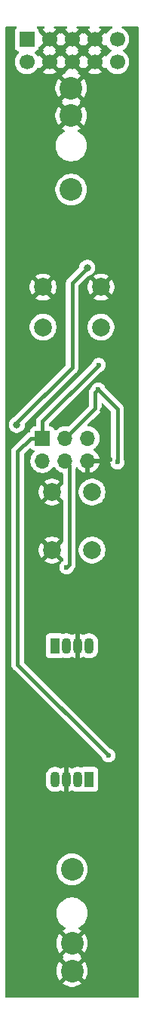
<source format=gbr>
%TF.GenerationSoftware,KiCad,Pcbnew,9.0.6*%
%TF.CreationDate,2026-01-01T17:20:02-06:00*%
%TF.ProjectId,gatekeeper,67617465-6b65-4657-9065-722e6b696361,rev?*%
%TF.SameCoordinates,Original*%
%TF.FileFunction,Copper,L1,Top*%
%TF.FilePolarity,Positive*%
%FSLAX46Y46*%
G04 Gerber Fmt 4.6, Leading zero omitted, Abs format (unit mm)*
G04 Created by KiCad (PCBNEW 9.0.6) date 2026-01-01 17:20:02*
%MOMM*%
%LPD*%
G01*
G04 APERTURE LIST*
%TA.AperFunction,ComponentPad*%
%ADD10R,1.070000X1.800000*%
%TD*%
%TA.AperFunction,ComponentPad*%
%ADD11O,1.070000X1.800000*%
%TD*%
%TA.AperFunction,ComponentPad*%
%ADD12C,2.540000*%
%TD*%
%TA.AperFunction,ComponentPad*%
%ADD13C,2.000000*%
%TD*%
%TA.AperFunction,ComponentPad*%
%ADD14R,1.700000X1.700000*%
%TD*%
%TA.AperFunction,ComponentPad*%
%ADD15O,1.700000X1.700000*%
%TD*%
%TA.AperFunction,ComponentPad*%
%ADD16C,1.700000*%
%TD*%
%TA.AperFunction,ViaPad*%
%ADD17C,0.600000*%
%TD*%
%TA.AperFunction,ViaPad*%
%ADD18C,0.812800*%
%TD*%
%TA.AperFunction,ViaPad*%
%ADD19C,1.016000*%
%TD*%
%TA.AperFunction,Conductor*%
%ADD20C,0.406400*%
%TD*%
G04 APERTURE END LIST*
D10*
%TO.P,LED1,1,DIN*%
%TO.N,Net-(LED1-DIN)*%
X106095000Y-120000000D03*
D11*
%TO.P,LED1,2,VDD*%
%TO.N,+5V*%
X107365000Y-120000000D03*
%TO.P,LED1,3,VSS*%
%TO.N,GND*%
X108635000Y-120000000D03*
%TO.P,LED1,4,DOUT*%
%TO.N,/NEOPXLD_LED2*%
X109905000Y-120000000D03*
%TD*%
D12*
%TO.P,J1,1,TIP*%
%TO.N,Net-(J1-TIP)*%
X107900000Y-68820000D03*
%TO.P,J1,2,NC*%
%TO.N,GND*%
X107900000Y-60520000D03*
%TO.P,J1,3,SLV*%
X107900000Y-57420000D03*
%TD*%
D13*
%TO.P,SW2,1,1*%
%TO.N,GND*%
X104750000Y-79750000D03*
X111250000Y-79750000D03*
%TO.P,SW2,2,2*%
%TO.N,/PB4_BTNB*%
X104750000Y-84250000D03*
X111250000Y-84250000D03*
%TD*%
%TO.P,SW1,1,1*%
%TO.N,GND*%
X105750000Y-109250000D03*
X105750000Y-102750000D03*
%TO.P,SW1,2,2*%
%TO.N,/PB2_SPI_SCK_BTNA*%
X110250000Y-109250000D03*
X110250000Y-102750000D03*
%TD*%
D12*
%TO.P,J2,1,TIP*%
%TO.N,Net-(J2-TIP)*%
X108000000Y-145080000D03*
%TO.P,J2,2,NC*%
%TO.N,GND*%
X108000000Y-153380000D03*
%TO.P,J2,3,SLV*%
X108000000Y-156480000D03*
%TD*%
D10*
%TO.P,LED2,1,DIN*%
%TO.N,/NEOPXLD_LED2*%
X109905000Y-135000000D03*
D11*
%TO.P,LED2,2,VDD*%
%TO.N,+5V*%
X108635000Y-135000000D03*
%TO.P,LED2,3,VSS*%
%TO.N,GND*%
X107365000Y-135000000D03*
%TO.P,LED2,4,DOUT*%
%TO.N,unconnected-(LED2-DOUT-Pad4)*%
X106095000Y-135000000D03*
%TD*%
D14*
%TO.P,J4,1,Pin_1*%
%TO.N,/PB1_SPI_MISO_GATEOUT*%
X104675000Y-96725000D03*
D15*
%TO.P,J4,2,Pin_2*%
%TO.N,+5V*%
X104675000Y-99265000D03*
%TO.P,J4,3,Pin_3*%
%TO.N,/PB2_SPI_SCK_BTNA*%
X107215000Y-96725000D03*
%TO.P,J4,4,Pin_4*%
%TO.N,/PB0_SPI_MOSI_NEOPXLD*%
X107215000Y-99265000D03*
%TO.P,J4,5,Pin_5*%
%TO.N,Net-(J4-Pin_5)*%
X109755000Y-96725000D03*
%TO.P,J4,6,Pin_6*%
%TO.N,GND*%
X109755000Y-99265000D03*
%TD*%
D14*
%TO.P,J3,1,Pin_1*%
%TO.N,unconnected-(J3-Pin_1-Pad1)*%
X102920000Y-51960000D03*
D16*
%TO.P,J3,2,Pin_2*%
%TO.N,unconnected-(J3-Pin_2-Pad2)*%
X102920000Y-54500000D03*
%TO.P,J3,3,Pin_3*%
%TO.N,GND*%
X105460000Y-51960000D03*
%TO.P,J3,4,Pin_4*%
X105460000Y-54500000D03*
%TO.P,J3,5,Pin_5*%
X108000000Y-51960000D03*
%TO.P,J3,6,Pin_6*%
X108000000Y-54500000D03*
%TO.P,J3,7,Pin_7*%
X110540000Y-51960000D03*
%TO.P,J3,8,Pin_8*%
X110540000Y-54500000D03*
%TO.P,J3,9,Pin_9*%
%TO.N,/+12V_RAW*%
X113080000Y-51960000D03*
%TO.P,J3,10,Pin_10*%
X113080000Y-54500000D03*
%TD*%
D17*
%TO.N,GND*%
X100900000Y-110600000D03*
X100900000Y-97300000D03*
X109900000Y-75400000D03*
D18*
X111500000Y-93600000D03*
D19*
X114900000Y-53300000D03*
D17*
X109200000Y-66300000D03*
X112300000Y-99100000D03*
D18*
X113900000Y-91900000D03*
D17*
X114600000Y-64900000D03*
X102100000Y-62100000D03*
X110200000Y-61500000D03*
X108700000Y-72200000D03*
X102100000Y-59000000D03*
D19*
X108000000Y-93300000D03*
X103800000Y-111900000D03*
D17*
X105300000Y-57500000D03*
X101900000Y-72600000D03*
X115100000Y-82800000D03*
X110400000Y-148900000D03*
X112100000Y-113700000D03*
D19*
X102000000Y-65900000D03*
X110100000Y-86200000D03*
X103900000Y-117900000D03*
X108600000Y-125000000D03*
D17*
X109600000Y-106200000D03*
X103100000Y-128200000D03*
X101700000Y-86900000D03*
D19*
X114700000Y-57300000D03*
D17*
X112900000Y-128700000D03*
D19*
X113200000Y-102200000D03*
D17*
X102900000Y-82300000D03*
X114000000Y-144900000D03*
X104900000Y-101100000D03*
X114000000Y-77600000D03*
X104200000Y-71600000D03*
D18*
X103100000Y-95400000D03*
D17*
X102700000Y-137700000D03*
X102100000Y-144400000D03*
X104700000Y-64700000D03*
X113000000Y-120200000D03*
X103600000Y-156500000D03*
D18*
%TO.N,+5V*%
X109700000Y-77600000D03*
X101800000Y-95200000D03*
D17*
%TO.N,/PB2_SPI_SCK_BTNA*%
X113100000Y-99400000D03*
X110950000Y-91250000D03*
%TO.N,/PB0_SPI_MOSI_NEOPXLD*%
X107400000Y-111200000D03*
%TO.N,/PB1_SPI_MISO_GATEOUT*%
X111000000Y-88500000D03*
X112100000Y-132300000D03*
%TD*%
D20*
%TO.N,+5V*%
X108000000Y-88800000D02*
X108000000Y-79300000D01*
X101800000Y-95000000D02*
X108000000Y-88800000D01*
X108000000Y-79300000D02*
X109700000Y-77600000D01*
X101800000Y-95200000D02*
X101800000Y-95000000D01*
%TO.N,/PB2_SPI_SCK_BTNA*%
X110950000Y-91250000D02*
X113100000Y-93400000D01*
X113100000Y-93400000D02*
X113100000Y-99400000D01*
X110600000Y-91600000D02*
X110600000Y-93340000D01*
X110950000Y-91250000D02*
X110600000Y-91600000D01*
X110600000Y-93340000D02*
X107215000Y-96725000D01*
%TO.N,/PB0_SPI_MOSI_NEOPXLD*%
X107700000Y-99750000D02*
X107215000Y-99265000D01*
X107700000Y-110900000D02*
X107700000Y-99750000D01*
X107400000Y-111200000D02*
X107700000Y-110900000D01*
%TO.N,/PB1_SPI_MISO_GATEOUT*%
X112100000Y-132300000D02*
X101900000Y-122100000D01*
X104675000Y-94825000D02*
X104675000Y-96725000D01*
X101900000Y-122100000D02*
X101900000Y-98200000D01*
X101900000Y-98200000D02*
X103375000Y-96725000D01*
X103375000Y-96725000D02*
X104675000Y-96725000D01*
X111000000Y-88500000D02*
X104675000Y-94825000D01*
%TD*%
%TA.AperFunction,Conductor*%
%TO.N,GND*%
G36*
X101743503Y-50520185D02*
G01*
X101789258Y-50572989D01*
X101799202Y-50642147D01*
X101770177Y-50705703D01*
X101750776Y-50723766D01*
X101712452Y-50752455D01*
X101626206Y-50867664D01*
X101626202Y-50867671D01*
X101575908Y-51002517D01*
X101569501Y-51062116D01*
X101569501Y-51062123D01*
X101569500Y-51062135D01*
X101569500Y-52857870D01*
X101569501Y-52857876D01*
X101575908Y-52917483D01*
X101626202Y-53052328D01*
X101626206Y-53052335D01*
X101712452Y-53167544D01*
X101712455Y-53167547D01*
X101827664Y-53253793D01*
X101827671Y-53253797D01*
X101959082Y-53302810D01*
X102015016Y-53344681D01*
X102039433Y-53410145D01*
X102024582Y-53478418D01*
X102003431Y-53506673D01*
X101889889Y-53620215D01*
X101764951Y-53792179D01*
X101668444Y-53981585D01*
X101602753Y-54183760D01*
X101569500Y-54393713D01*
X101569500Y-54606286D01*
X101602753Y-54816239D01*
X101668444Y-55018414D01*
X101764951Y-55207820D01*
X101889890Y-55379786D01*
X102040213Y-55530109D01*
X102212179Y-55655048D01*
X102212181Y-55655049D01*
X102212184Y-55655051D01*
X102401588Y-55751557D01*
X102603757Y-55817246D01*
X102813713Y-55850500D01*
X102813714Y-55850500D01*
X103026286Y-55850500D01*
X103026287Y-55850500D01*
X103236243Y-55817246D01*
X103438412Y-55751557D01*
X103627816Y-55655051D01*
X103717685Y-55589758D01*
X103799786Y-55530109D01*
X103799788Y-55530106D01*
X103799792Y-55530104D01*
X103950104Y-55379792D01*
X103950106Y-55379788D01*
X103950109Y-55379786D01*
X104035890Y-55261717D01*
X104075051Y-55207816D01*
X104079793Y-55198508D01*
X104127763Y-55147711D01*
X104195583Y-55130911D01*
X104261719Y-55153445D01*
X104300763Y-55198500D01*
X104305373Y-55207547D01*
X104344728Y-55261716D01*
X104977037Y-54629408D01*
X104994075Y-54692993D01*
X105059901Y-54807007D01*
X105152993Y-54900099D01*
X105267007Y-54965925D01*
X105330590Y-54982962D01*
X104698282Y-55615269D01*
X104698282Y-55615270D01*
X104752449Y-55654624D01*
X104941782Y-55751095D01*
X105143870Y-55816757D01*
X105353754Y-55850000D01*
X105566246Y-55850000D01*
X105776127Y-55816757D01*
X105776130Y-55816757D01*
X105978217Y-55751095D01*
X106167554Y-55654622D01*
X106221716Y-55615270D01*
X106221717Y-55615270D01*
X105589408Y-54982962D01*
X105652993Y-54965925D01*
X105767007Y-54900099D01*
X105860099Y-54807007D01*
X105925925Y-54692993D01*
X105942962Y-54629409D01*
X106575270Y-55261717D01*
X106575270Y-55261716D01*
X106614622Y-55207554D01*
X106619514Y-55197954D01*
X106667488Y-55147157D01*
X106735308Y-55130361D01*
X106801444Y-55152897D01*
X106840486Y-55197954D01*
X106845375Y-55207550D01*
X106884728Y-55261716D01*
X107517037Y-54629408D01*
X107534075Y-54692993D01*
X107599901Y-54807007D01*
X107692993Y-54900099D01*
X107807007Y-54965925D01*
X107870590Y-54982962D01*
X107238282Y-55615269D01*
X107240094Y-55638295D01*
X107244691Y-55644255D01*
X107250673Y-55713868D01*
X107218070Y-55775665D01*
X107176595Y-55803809D01*
X107115473Y-55829126D01*
X107115461Y-55829132D01*
X106914541Y-55945134D01*
X106914533Y-55945140D01*
X106837671Y-56004116D01*
X106837671Y-56004117D01*
X107575975Y-56742421D01*
X107544742Y-56755359D01*
X107421903Y-56837437D01*
X107317437Y-56941903D01*
X107235359Y-57064742D01*
X107222421Y-57095975D01*
X106484117Y-56357671D01*
X106484116Y-56357671D01*
X106425140Y-56434533D01*
X106425134Y-56434541D01*
X106309132Y-56635461D01*
X106309124Y-56635478D01*
X106220336Y-56849832D01*
X106160286Y-57073946D01*
X106160283Y-57073959D01*
X106130001Y-57303977D01*
X106130000Y-57303994D01*
X106130000Y-57536005D01*
X106130001Y-57536022D01*
X106160283Y-57766040D01*
X106160286Y-57766053D01*
X106220336Y-57990167D01*
X106309124Y-58204521D01*
X106309132Y-58204538D01*
X106425136Y-58405461D01*
X106425142Y-58405469D01*
X106484117Y-58482327D01*
X107222421Y-57744024D01*
X107235359Y-57775258D01*
X107317437Y-57898097D01*
X107421903Y-58002563D01*
X107544742Y-58084641D01*
X107575975Y-58097578D01*
X106863315Y-58810237D01*
X106917826Y-58910995D01*
X106919820Y-58920336D01*
X106925453Y-58928051D01*
X106926995Y-58953949D01*
X106932413Y-58979325D01*
X106929039Y-58988262D01*
X106929608Y-58997797D01*
X106916903Y-59020419D01*
X106907742Y-59044694D01*
X106900073Y-59050388D01*
X106895396Y-59058717D01*
X106884250Y-59068375D01*
X106837671Y-59104115D01*
X106837671Y-59104117D01*
X107575975Y-59842421D01*
X107544742Y-59855359D01*
X107421903Y-59937437D01*
X107317437Y-60041903D01*
X107235359Y-60164742D01*
X107222421Y-60195975D01*
X106484117Y-59457671D01*
X106484116Y-59457671D01*
X106425140Y-59534533D01*
X106425134Y-59534541D01*
X106309132Y-59735461D01*
X106309124Y-59735478D01*
X106220336Y-59949832D01*
X106160286Y-60173946D01*
X106160283Y-60173959D01*
X106130001Y-60403977D01*
X106130000Y-60403994D01*
X106130000Y-60636005D01*
X106130001Y-60636022D01*
X106160283Y-60866040D01*
X106160286Y-60866053D01*
X106220336Y-61090167D01*
X106309124Y-61304521D01*
X106309132Y-61304538D01*
X106425136Y-61505461D01*
X106425142Y-61505469D01*
X106484117Y-61582327D01*
X107222421Y-60844024D01*
X107235359Y-60875258D01*
X107317437Y-60998097D01*
X107421903Y-61102563D01*
X107544742Y-61184641D01*
X107575975Y-61197578D01*
X106837671Y-61935881D01*
X106914530Y-61994857D01*
X106914538Y-61994863D01*
X107118984Y-62112901D01*
X107118235Y-62114198D01*
X107165058Y-62157272D01*
X107182742Y-62224866D01*
X107161074Y-62291291D01*
X107120797Y-62328569D01*
X106925382Y-62441392D01*
X106743338Y-62581081D01*
X106581081Y-62743338D01*
X106441392Y-62925382D01*
X106326657Y-63124109D01*
X106326650Y-63124123D01*
X106238842Y-63336112D01*
X106179453Y-63557759D01*
X106179451Y-63557770D01*
X106149500Y-63785258D01*
X106149500Y-64014741D01*
X106174446Y-64204215D01*
X106179452Y-64242238D01*
X106179453Y-64242240D01*
X106238842Y-64463887D01*
X106326650Y-64675876D01*
X106326657Y-64675890D01*
X106441392Y-64874617D01*
X106581081Y-65056661D01*
X106581089Y-65056670D01*
X106743330Y-65218911D01*
X106743338Y-65218918D01*
X106925382Y-65358607D01*
X106925385Y-65358608D01*
X106925388Y-65358611D01*
X107124112Y-65473344D01*
X107124117Y-65473346D01*
X107124123Y-65473349D01*
X107215480Y-65511190D01*
X107336113Y-65561158D01*
X107557762Y-65620548D01*
X107785266Y-65650500D01*
X107785273Y-65650500D01*
X108014727Y-65650500D01*
X108014734Y-65650500D01*
X108242238Y-65620548D01*
X108463887Y-65561158D01*
X108675888Y-65473344D01*
X108874612Y-65358611D01*
X109056661Y-65218919D01*
X109056665Y-65218914D01*
X109056670Y-65218911D01*
X109218911Y-65056670D01*
X109218914Y-65056665D01*
X109218919Y-65056661D01*
X109358611Y-64874612D01*
X109473344Y-64675888D01*
X109561158Y-64463887D01*
X109620548Y-64242238D01*
X109650500Y-64014734D01*
X109650500Y-63785266D01*
X109620548Y-63557762D01*
X109561158Y-63336113D01*
X109473344Y-63124112D01*
X109358611Y-62925388D01*
X109358608Y-62925385D01*
X109358607Y-62925382D01*
X109218918Y-62743338D01*
X109218911Y-62743330D01*
X109056670Y-62581089D01*
X109056661Y-62581081D01*
X108874617Y-62441392D01*
X108679202Y-62328569D01*
X108630986Y-62278002D01*
X108617764Y-62209395D01*
X108643732Y-62144530D01*
X108681569Y-62113859D01*
X108681016Y-62112901D01*
X108885475Y-61994855D01*
X108962327Y-61935883D01*
X108962327Y-61935880D01*
X108224024Y-61197578D01*
X108255258Y-61184641D01*
X108378097Y-61102563D01*
X108482563Y-60998097D01*
X108564641Y-60875258D01*
X108577578Y-60844025D01*
X109315880Y-61582327D01*
X109315883Y-61582327D01*
X109374855Y-61505475D01*
X109490867Y-61304538D01*
X109490875Y-61304521D01*
X109579663Y-61090167D01*
X109639713Y-60866053D01*
X109639716Y-60866040D01*
X109669998Y-60636022D01*
X109670000Y-60636005D01*
X109670000Y-60403994D01*
X109669998Y-60403977D01*
X109639716Y-60173959D01*
X109639713Y-60173946D01*
X109579663Y-59949832D01*
X109490875Y-59735478D01*
X109490867Y-59735461D01*
X109374863Y-59534538D01*
X109374857Y-59534530D01*
X109315881Y-59457671D01*
X108577578Y-60195974D01*
X108564641Y-60164742D01*
X108482563Y-60041903D01*
X108378097Y-59937437D01*
X108255258Y-59855359D01*
X108224024Y-59842421D01*
X108962327Y-59104117D01*
X108962327Y-59104116D01*
X108915749Y-59068376D01*
X108874546Y-59011948D01*
X108870391Y-58942202D01*
X108904603Y-58881282D01*
X108915748Y-58871625D01*
X108962327Y-58835882D01*
X108962327Y-58835880D01*
X108224024Y-58097578D01*
X108255258Y-58084641D01*
X108378097Y-58002563D01*
X108482563Y-57898097D01*
X108564641Y-57775258D01*
X108577578Y-57744025D01*
X109315880Y-58482327D01*
X109315883Y-58482327D01*
X109374855Y-58405475D01*
X109490867Y-58204538D01*
X109490875Y-58204521D01*
X109579663Y-57990167D01*
X109639713Y-57766053D01*
X109639716Y-57766040D01*
X109669998Y-57536022D01*
X109670000Y-57536005D01*
X109670000Y-57303994D01*
X109669998Y-57303977D01*
X109639716Y-57073959D01*
X109639713Y-57073946D01*
X109579663Y-56849832D01*
X109490875Y-56635478D01*
X109490867Y-56635461D01*
X109374863Y-56434538D01*
X109374857Y-56434530D01*
X109315881Y-56357671D01*
X108577578Y-57095974D01*
X108564641Y-57064742D01*
X108482563Y-56941903D01*
X108378097Y-56837437D01*
X108255258Y-56755359D01*
X108224024Y-56742421D01*
X108962327Y-56004117D01*
X108885469Y-55945142D01*
X108885468Y-55945141D01*
X108728886Y-55854737D01*
X108680671Y-55804169D01*
X108667449Y-55735562D01*
X108682312Y-55687454D01*
X108736205Y-55589758D01*
X108129408Y-54982962D01*
X108192993Y-54965925D01*
X108307007Y-54900099D01*
X108400099Y-54807007D01*
X108465925Y-54692993D01*
X108482962Y-54629409D01*
X109115270Y-55261717D01*
X109115270Y-55261716D01*
X109154622Y-55207554D01*
X109159514Y-55197954D01*
X109207488Y-55147157D01*
X109275308Y-55130361D01*
X109341444Y-55152897D01*
X109380486Y-55197954D01*
X109385375Y-55207550D01*
X109424728Y-55261716D01*
X110057037Y-54629408D01*
X110074075Y-54692993D01*
X110139901Y-54807007D01*
X110232993Y-54900099D01*
X110347007Y-54965925D01*
X110410590Y-54982962D01*
X109778282Y-55615269D01*
X109778282Y-55615270D01*
X109832449Y-55654624D01*
X110021782Y-55751095D01*
X110223870Y-55816757D01*
X110433754Y-55850000D01*
X110646246Y-55850000D01*
X110856127Y-55816757D01*
X110856130Y-55816757D01*
X111058217Y-55751095D01*
X111247554Y-55654622D01*
X111301716Y-55615270D01*
X111301717Y-55615270D01*
X110669408Y-54982962D01*
X110732993Y-54965925D01*
X110847007Y-54900099D01*
X110940099Y-54807007D01*
X111005925Y-54692993D01*
X111022962Y-54629408D01*
X111655270Y-55261717D01*
X111655270Y-55261716D01*
X111694622Y-55207555D01*
X111699232Y-55198507D01*
X111747205Y-55147709D01*
X111815025Y-55130912D01*
X111881161Y-55153447D01*
X111920204Y-55198504D01*
X111924949Y-55207817D01*
X112049890Y-55379786D01*
X112200213Y-55530109D01*
X112372179Y-55655048D01*
X112372181Y-55655049D01*
X112372184Y-55655051D01*
X112561588Y-55751557D01*
X112763757Y-55817246D01*
X112973713Y-55850500D01*
X112973714Y-55850500D01*
X113186286Y-55850500D01*
X113186287Y-55850500D01*
X113396243Y-55817246D01*
X113598412Y-55751557D01*
X113787816Y-55655051D01*
X113877685Y-55589758D01*
X113959786Y-55530109D01*
X113959788Y-55530106D01*
X113959792Y-55530104D01*
X114110104Y-55379792D01*
X114110106Y-55379788D01*
X114110109Y-55379786D01*
X114235048Y-55207820D01*
X114235047Y-55207820D01*
X114235051Y-55207816D01*
X114331557Y-55018412D01*
X114397246Y-54816243D01*
X114430500Y-54606287D01*
X114430500Y-54393713D01*
X114397246Y-54183757D01*
X114331557Y-53981588D01*
X114235051Y-53792184D01*
X114235049Y-53792181D01*
X114235048Y-53792179D01*
X114110109Y-53620213D01*
X113959786Y-53469890D01*
X113787820Y-53344951D01*
X113787115Y-53344591D01*
X113779054Y-53340485D01*
X113728259Y-53292512D01*
X113711463Y-53224692D01*
X113733999Y-53158556D01*
X113779054Y-53119515D01*
X113787816Y-53115051D01*
X113874138Y-53052335D01*
X113959786Y-52990109D01*
X113959788Y-52990106D01*
X113959792Y-52990104D01*
X114110104Y-52839792D01*
X114110106Y-52839788D01*
X114110109Y-52839786D01*
X114235048Y-52667820D01*
X114235050Y-52667817D01*
X114235051Y-52667816D01*
X114331557Y-52478412D01*
X114397246Y-52276243D01*
X114430500Y-52066287D01*
X114430500Y-51853713D01*
X114397246Y-51643757D01*
X114331557Y-51441588D01*
X114235051Y-51252184D01*
X114235049Y-51252181D01*
X114235048Y-51252179D01*
X114110109Y-51080213D01*
X113959786Y-50929890D01*
X113787819Y-50804951D01*
X113787818Y-50804950D01*
X113787816Y-50804949D01*
X113650504Y-50734985D01*
X113599708Y-50687010D01*
X113582913Y-50619189D01*
X113605450Y-50553054D01*
X113660166Y-50509603D01*
X113706799Y-50500500D01*
X115375500Y-50500500D01*
X115442539Y-50520185D01*
X115488294Y-50572989D01*
X115499500Y-50624500D01*
X115499500Y-159375500D01*
X115479815Y-159442539D01*
X115427011Y-159488294D01*
X115375500Y-159499500D01*
X100624500Y-159499500D01*
X100557461Y-159479815D01*
X100511706Y-159427011D01*
X100500500Y-159375500D01*
X100500500Y-153263994D01*
X106230000Y-153263994D01*
X106230000Y-153496005D01*
X106230001Y-153496022D01*
X106260283Y-153726040D01*
X106260286Y-153726053D01*
X106320336Y-153950167D01*
X106409124Y-154164521D01*
X106409132Y-154164538D01*
X106525136Y-154365461D01*
X106525142Y-154365469D01*
X106584117Y-154442327D01*
X107322421Y-153704024D01*
X107335359Y-153735258D01*
X107417437Y-153858097D01*
X107521903Y-153962563D01*
X107644742Y-154044641D01*
X107675975Y-154057578D01*
X106963315Y-154770237D01*
X107017826Y-154870995D01*
X107019820Y-154880336D01*
X107025453Y-154888051D01*
X107026995Y-154913949D01*
X107032413Y-154939325D01*
X107029039Y-154948262D01*
X107029608Y-154957797D01*
X107016903Y-154980419D01*
X107007742Y-155004694D01*
X107000073Y-155010388D01*
X106995396Y-155018717D01*
X106984250Y-155028375D01*
X106937671Y-155064115D01*
X106937671Y-155064117D01*
X107675975Y-155802421D01*
X107644742Y-155815359D01*
X107521903Y-155897437D01*
X107417437Y-156001903D01*
X107335359Y-156124742D01*
X107322421Y-156155975D01*
X106584117Y-155417671D01*
X106584116Y-155417671D01*
X106525140Y-155494533D01*
X106525134Y-155494541D01*
X106409132Y-155695461D01*
X106409124Y-155695478D01*
X106320336Y-155909832D01*
X106260286Y-156133946D01*
X106260283Y-156133959D01*
X106230001Y-156363977D01*
X106230000Y-156363994D01*
X106230000Y-156596005D01*
X106230001Y-156596022D01*
X106260283Y-156826040D01*
X106260286Y-156826053D01*
X106320336Y-157050167D01*
X106409124Y-157264521D01*
X106409132Y-157264538D01*
X106525136Y-157465461D01*
X106525142Y-157465469D01*
X106584117Y-157542327D01*
X107322421Y-156804024D01*
X107335359Y-156835258D01*
X107417437Y-156958097D01*
X107521903Y-157062563D01*
X107644742Y-157144641D01*
X107675975Y-157157578D01*
X106937671Y-157895881D01*
X107014530Y-157954857D01*
X107014538Y-157954863D01*
X107215461Y-158070867D01*
X107215478Y-158070875D01*
X107429832Y-158159663D01*
X107653946Y-158219713D01*
X107653959Y-158219716D01*
X107883977Y-158249998D01*
X107883995Y-158250000D01*
X108116005Y-158250000D01*
X108116022Y-158249998D01*
X108346040Y-158219716D01*
X108346053Y-158219713D01*
X108570167Y-158159663D01*
X108784521Y-158070875D01*
X108784538Y-158070867D01*
X108985475Y-157954855D01*
X109062327Y-157895883D01*
X109062327Y-157895880D01*
X108324024Y-157157578D01*
X108355258Y-157144641D01*
X108478097Y-157062563D01*
X108582563Y-156958097D01*
X108664641Y-156835258D01*
X108677578Y-156804025D01*
X109415880Y-157542327D01*
X109415883Y-157542327D01*
X109474855Y-157465475D01*
X109590867Y-157264538D01*
X109590875Y-157264521D01*
X109679663Y-157050167D01*
X109739713Y-156826053D01*
X109739716Y-156826040D01*
X109769998Y-156596022D01*
X109770000Y-156596005D01*
X109770000Y-156363994D01*
X109769998Y-156363977D01*
X109739716Y-156133959D01*
X109739713Y-156133946D01*
X109679663Y-155909832D01*
X109590875Y-155695478D01*
X109590867Y-155695461D01*
X109474863Y-155494538D01*
X109474857Y-155494530D01*
X109415881Y-155417671D01*
X108677578Y-156155974D01*
X108664641Y-156124742D01*
X108582563Y-156001903D01*
X108478097Y-155897437D01*
X108355258Y-155815359D01*
X108324024Y-155802421D01*
X109062327Y-155064117D01*
X109062327Y-155064116D01*
X109015749Y-155028376D01*
X108974546Y-154971948D01*
X108970391Y-154902202D01*
X109004603Y-154841282D01*
X109015748Y-154831625D01*
X109062327Y-154795882D01*
X109062327Y-154795880D01*
X108324024Y-154057578D01*
X108355258Y-154044641D01*
X108478097Y-153962563D01*
X108582563Y-153858097D01*
X108664641Y-153735258D01*
X108677578Y-153704025D01*
X109415880Y-154442327D01*
X109415883Y-154442327D01*
X109474855Y-154365475D01*
X109590867Y-154164538D01*
X109590875Y-154164521D01*
X109679663Y-153950167D01*
X109739713Y-153726053D01*
X109739716Y-153726040D01*
X109769998Y-153496022D01*
X109770000Y-153496005D01*
X109770000Y-153263994D01*
X109769998Y-153263977D01*
X109739716Y-153033959D01*
X109739713Y-153033946D01*
X109679663Y-152809832D01*
X109590875Y-152595478D01*
X109590867Y-152595461D01*
X109474863Y-152394538D01*
X109474857Y-152394530D01*
X109415881Y-152317671D01*
X108677578Y-153055974D01*
X108664641Y-153024742D01*
X108582563Y-152901903D01*
X108478097Y-152797437D01*
X108355258Y-152715359D01*
X108324024Y-152702421D01*
X109062327Y-151964117D01*
X108985469Y-151905142D01*
X108985461Y-151905136D01*
X108781016Y-151787099D01*
X108781761Y-151785807D01*
X108734926Y-151742703D01*
X108717258Y-151675105D01*
X108738940Y-151608685D01*
X108779200Y-151571431D01*
X108974612Y-151458611D01*
X109156661Y-151318919D01*
X109156665Y-151318914D01*
X109156670Y-151318911D01*
X109318911Y-151156670D01*
X109318914Y-151156665D01*
X109318919Y-151156661D01*
X109458611Y-150974612D01*
X109573344Y-150775888D01*
X109661158Y-150563887D01*
X109720548Y-150342238D01*
X109750500Y-150114734D01*
X109750500Y-149885266D01*
X109720548Y-149657762D01*
X109661158Y-149436113D01*
X109573344Y-149224112D01*
X109458611Y-149025388D01*
X109458608Y-149025385D01*
X109458607Y-149025382D01*
X109318918Y-148843338D01*
X109318911Y-148843330D01*
X109156670Y-148681089D01*
X109156661Y-148681081D01*
X108974617Y-148541392D01*
X108775890Y-148426657D01*
X108775876Y-148426650D01*
X108563887Y-148338842D01*
X108342238Y-148279452D01*
X108304215Y-148274446D01*
X108114741Y-148249500D01*
X108114734Y-148249500D01*
X107885266Y-148249500D01*
X107885258Y-148249500D01*
X107668715Y-148278009D01*
X107657762Y-148279452D01*
X107564076Y-148304554D01*
X107436112Y-148338842D01*
X107224123Y-148426650D01*
X107224109Y-148426657D01*
X107025382Y-148541392D01*
X106843338Y-148681081D01*
X106681081Y-148843338D01*
X106541392Y-149025382D01*
X106426657Y-149224109D01*
X106426650Y-149224123D01*
X106338842Y-149436112D01*
X106279453Y-149657759D01*
X106279451Y-149657770D01*
X106249500Y-149885258D01*
X106249500Y-150114741D01*
X106274446Y-150304215D01*
X106279452Y-150342238D01*
X106279453Y-150342240D01*
X106338842Y-150563887D01*
X106426650Y-150775876D01*
X106426657Y-150775890D01*
X106541392Y-150974617D01*
X106681081Y-151156661D01*
X106681089Y-151156670D01*
X106843330Y-151318911D01*
X106843338Y-151318918D01*
X107025382Y-151458607D01*
X107025385Y-151458608D01*
X107025388Y-151458611D01*
X107220797Y-151571430D01*
X107269013Y-151621997D01*
X107282236Y-151690604D01*
X107256268Y-151755469D01*
X107218438Y-151786153D01*
X107218984Y-151787099D01*
X107014541Y-151905134D01*
X107014533Y-151905140D01*
X106937671Y-151964116D01*
X106937671Y-151964117D01*
X107675975Y-152702421D01*
X107644742Y-152715359D01*
X107521903Y-152797437D01*
X107417437Y-152901903D01*
X107335359Y-153024742D01*
X107322421Y-153055975D01*
X106584117Y-152317671D01*
X106584116Y-152317671D01*
X106525140Y-152394533D01*
X106525134Y-152394541D01*
X106409132Y-152595461D01*
X106409124Y-152595478D01*
X106320336Y-152809832D01*
X106260286Y-153033946D01*
X106260283Y-153033959D01*
X106230001Y-153263977D01*
X106230000Y-153263994D01*
X100500500Y-153263994D01*
X100500500Y-144963947D01*
X106229500Y-144963947D01*
X106229500Y-145196052D01*
X106259794Y-145426148D01*
X106319862Y-145650328D01*
X106408677Y-145864745D01*
X106408685Y-145864762D01*
X106524720Y-146065743D01*
X106524721Y-146065745D01*
X106666009Y-146249875D01*
X106666015Y-146249882D01*
X106830117Y-146413984D01*
X106830124Y-146413990D01*
X107014254Y-146555278D01*
X107014256Y-146555279D01*
X107215237Y-146671314D01*
X107215240Y-146671315D01*
X107215248Y-146671320D01*
X107429670Y-146760137D01*
X107653851Y-146820206D01*
X107883955Y-146850500D01*
X107883962Y-146850500D01*
X108116038Y-146850500D01*
X108116045Y-146850500D01*
X108346149Y-146820206D01*
X108570330Y-146760137D01*
X108784752Y-146671320D01*
X108985748Y-146555276D01*
X109169877Y-146413989D01*
X109333989Y-146249877D01*
X109475276Y-146065748D01*
X109591320Y-145864752D01*
X109680137Y-145650330D01*
X109740206Y-145426149D01*
X109770500Y-145196045D01*
X109770500Y-144963955D01*
X109740206Y-144733851D01*
X109680137Y-144509670D01*
X109591320Y-144295248D01*
X109591314Y-144295237D01*
X109475279Y-144094256D01*
X109475278Y-144094254D01*
X109333990Y-143910124D01*
X109333984Y-143910117D01*
X109169882Y-143746015D01*
X109169875Y-143746009D01*
X108985745Y-143604721D01*
X108985743Y-143604720D01*
X108784762Y-143488685D01*
X108784754Y-143488681D01*
X108784752Y-143488680D01*
X108570330Y-143399863D01*
X108570331Y-143399863D01*
X108570328Y-143399862D01*
X108428203Y-143361780D01*
X108346149Y-143339794D01*
X108317386Y-143336007D01*
X108116052Y-143309500D01*
X108116045Y-143309500D01*
X107883955Y-143309500D01*
X107883947Y-143309500D01*
X107653851Y-143339794D01*
X107429671Y-143399862D01*
X107215254Y-143488677D01*
X107215237Y-143488685D01*
X107014256Y-143604720D01*
X107014254Y-143604721D01*
X106830124Y-143746009D01*
X106830117Y-143746015D01*
X106666015Y-143910117D01*
X106666009Y-143910124D01*
X106524721Y-144094254D01*
X106524720Y-144094256D01*
X106408685Y-144295237D01*
X106408677Y-144295254D01*
X106319862Y-144509671D01*
X106259794Y-144733851D01*
X106229500Y-144963947D01*
X100500500Y-144963947D01*
X100500500Y-135466990D01*
X105059499Y-135466990D01*
X105099292Y-135667038D01*
X105099295Y-135667048D01*
X105177348Y-135855486D01*
X105177355Y-135855499D01*
X105290674Y-136025092D01*
X105290677Y-136025096D01*
X105434903Y-136169322D01*
X105434907Y-136169325D01*
X105604500Y-136282644D01*
X105604513Y-136282651D01*
X105792951Y-136360704D01*
X105792956Y-136360706D01*
X105792960Y-136360706D01*
X105792961Y-136360707D01*
X105993009Y-136400500D01*
X105993012Y-136400500D01*
X106196990Y-136400500D01*
X106347560Y-136370549D01*
X106397044Y-136360706D01*
X106585493Y-136282648D01*
X106661558Y-136231822D01*
X106728234Y-136210944D01*
X106795614Y-136229428D01*
X106799339Y-136231822D01*
X106874742Y-136282204D01*
X107063101Y-136360225D01*
X107063109Y-136360227D01*
X107114999Y-136370549D01*
X107115000Y-136370549D01*
X107115000Y-135557122D01*
X107117383Y-135532929D01*
X107130500Y-135466989D01*
X107130500Y-135384226D01*
X107191306Y-135419333D01*
X107305756Y-135450000D01*
X107424244Y-135450000D01*
X107538694Y-135419333D01*
X107599500Y-135384226D01*
X107599500Y-135466989D01*
X107612617Y-135532929D01*
X107615000Y-135557122D01*
X107615000Y-136370549D01*
X107666890Y-136360227D01*
X107666898Y-136360225D01*
X107855252Y-136282206D01*
X107855256Y-136282204D01*
X107930658Y-136231822D01*
X107997336Y-136210944D01*
X108064716Y-136229428D01*
X108068401Y-136231796D01*
X108144507Y-136282648D01*
X108144509Y-136282649D01*
X108144513Y-136282651D01*
X108332951Y-136360704D01*
X108332956Y-136360706D01*
X108332960Y-136360706D01*
X108332961Y-136360707D01*
X108533009Y-136400500D01*
X108533012Y-136400500D01*
X108736990Y-136400500D01*
X108887560Y-136370549D01*
X108937044Y-136360706D01*
X109009071Y-136330870D01*
X109078539Y-136323402D01*
X109119067Y-136341044D01*
X109119886Y-136339546D01*
X109127671Y-136343797D01*
X109262517Y-136394091D01*
X109262516Y-136394091D01*
X109269444Y-136394835D01*
X109322127Y-136400500D01*
X110487872Y-136400499D01*
X110547483Y-136394091D01*
X110682331Y-136343796D01*
X110797546Y-136257546D01*
X110883796Y-136142331D01*
X110934091Y-136007483D01*
X110940500Y-135947873D01*
X110940499Y-134052128D01*
X110934091Y-133992517D01*
X110927521Y-133974903D01*
X110883797Y-133857671D01*
X110883793Y-133857664D01*
X110797547Y-133742455D01*
X110797544Y-133742452D01*
X110682335Y-133656206D01*
X110682328Y-133656202D01*
X110547482Y-133605908D01*
X110547483Y-133605908D01*
X110487883Y-133599501D01*
X110487881Y-133599500D01*
X110487873Y-133599500D01*
X110487864Y-133599500D01*
X109322129Y-133599500D01*
X109322123Y-133599501D01*
X109262516Y-133605908D01*
X109127671Y-133656202D01*
X109119890Y-133660452D01*
X109118740Y-133658347D01*
X109065356Y-133678252D01*
X109009072Y-133669128D01*
X108937048Y-133639295D01*
X108937038Y-133639292D01*
X108736990Y-133599500D01*
X108736988Y-133599500D01*
X108533012Y-133599500D01*
X108533010Y-133599500D01*
X108332961Y-133639292D01*
X108332951Y-133639295D01*
X108144511Y-133717349D01*
X108068438Y-133768178D01*
X108001760Y-133789054D01*
X107934380Y-133770568D01*
X107930659Y-133768177D01*
X107855254Y-133717794D01*
X107666896Y-133639773D01*
X107666893Y-133639772D01*
X107615000Y-133629449D01*
X107615000Y-134442876D01*
X107612943Y-134465366D01*
X107612780Y-134466246D01*
X107599500Y-134533012D01*
X107599500Y-134538256D01*
X107599500Y-134615773D01*
X107538694Y-134580667D01*
X107424244Y-134550000D01*
X107305756Y-134550000D01*
X107191306Y-134580667D01*
X107130500Y-134615773D01*
X107130500Y-134538256D01*
X107130500Y-134533012D01*
X107117219Y-134466246D01*
X107117057Y-134465366D01*
X107117138Y-134464582D01*
X107115000Y-134442876D01*
X107115000Y-133629450D01*
X107114999Y-133629449D01*
X107063106Y-133639772D01*
X107063103Y-133639773D01*
X106874745Y-133717794D01*
X106799339Y-133768178D01*
X106732661Y-133789055D01*
X106665281Y-133770570D01*
X106661558Y-133768177D01*
X106586154Y-133717794D01*
X106585493Y-133717352D01*
X106585492Y-133717351D01*
X106585490Y-133717350D01*
X106397048Y-133639295D01*
X106397038Y-133639292D01*
X106196990Y-133599500D01*
X106196988Y-133599500D01*
X105993012Y-133599500D01*
X105993010Y-133599500D01*
X105792961Y-133639292D01*
X105792951Y-133639295D01*
X105604513Y-133717348D01*
X105604500Y-133717355D01*
X105434907Y-133830674D01*
X105434903Y-133830677D01*
X105290677Y-133974903D01*
X105290674Y-133974907D01*
X105177355Y-134144500D01*
X105177348Y-134144513D01*
X105099295Y-134332951D01*
X105099292Y-134332961D01*
X105059500Y-134533009D01*
X105059500Y-134533012D01*
X105059500Y-135466988D01*
X105059500Y-135466990D01*
X105059499Y-135466990D01*
X100500500Y-135466990D01*
X100500500Y-122169310D01*
X101196298Y-122169310D01*
X101223341Y-122305256D01*
X101223343Y-122305264D01*
X101276386Y-122433323D01*
X101353401Y-122548585D01*
X101455736Y-122650920D01*
X101455758Y-122650940D01*
X111307127Y-132502309D01*
X111334007Y-132542537D01*
X111390604Y-132679176D01*
X111390609Y-132679185D01*
X111478210Y-132810288D01*
X111478213Y-132810292D01*
X111589707Y-132921786D01*
X111589711Y-132921789D01*
X111720814Y-133009390D01*
X111720827Y-133009397D01*
X111866498Y-133069735D01*
X111866503Y-133069737D01*
X112021153Y-133100499D01*
X112021156Y-133100500D01*
X112021158Y-133100500D01*
X112178844Y-133100500D01*
X112178845Y-133100499D01*
X112333497Y-133069737D01*
X112479179Y-133009394D01*
X112610289Y-132921789D01*
X112721789Y-132810289D01*
X112809394Y-132679179D01*
X112869737Y-132533497D01*
X112900500Y-132378842D01*
X112900500Y-132221158D01*
X112900500Y-132221155D01*
X112900499Y-132221153D01*
X112869738Y-132066510D01*
X112869737Y-132066503D01*
X112869735Y-132066498D01*
X112809397Y-131920827D01*
X112809390Y-131920814D01*
X112721789Y-131789711D01*
X112721786Y-131789707D01*
X112610292Y-131678213D01*
X112610288Y-131678210D01*
X112479185Y-131590609D01*
X112479176Y-131590604D01*
X112342537Y-131534007D01*
X112302309Y-131507127D01*
X102640019Y-121844837D01*
X102606534Y-121783514D01*
X102603700Y-121757156D01*
X102603700Y-119052135D01*
X105059500Y-119052135D01*
X105059500Y-120947870D01*
X105059501Y-120947876D01*
X105065908Y-121007483D01*
X105116202Y-121142328D01*
X105116206Y-121142335D01*
X105202452Y-121257544D01*
X105202455Y-121257547D01*
X105317664Y-121343793D01*
X105317671Y-121343797D01*
X105452517Y-121394091D01*
X105452516Y-121394091D01*
X105459444Y-121394835D01*
X105512127Y-121400500D01*
X106677872Y-121400499D01*
X106737483Y-121394091D01*
X106872331Y-121343796D01*
X106872335Y-121343792D01*
X106880118Y-121339544D01*
X106881269Y-121341653D01*
X106934614Y-121321749D01*
X106990928Y-121330870D01*
X107062956Y-121360706D01*
X107062960Y-121360706D01*
X107062961Y-121360707D01*
X107263009Y-121400500D01*
X107263012Y-121400500D01*
X107466990Y-121400500D01*
X107617560Y-121370549D01*
X107667044Y-121360706D01*
X107855493Y-121282648D01*
X107931558Y-121231822D01*
X107998234Y-121210944D01*
X108065614Y-121229428D01*
X108069339Y-121231822D01*
X108144742Y-121282204D01*
X108333101Y-121360225D01*
X108333109Y-121360227D01*
X108384999Y-121370549D01*
X108385000Y-121370549D01*
X108385000Y-120557122D01*
X108387383Y-120532929D01*
X108400500Y-120466989D01*
X108400500Y-120384226D01*
X108461306Y-120419333D01*
X108575756Y-120450000D01*
X108694244Y-120450000D01*
X108808694Y-120419333D01*
X108869500Y-120384226D01*
X108869500Y-120466989D01*
X108882617Y-120532929D01*
X108885000Y-120557122D01*
X108885000Y-121370549D01*
X108936890Y-121360227D01*
X108936898Y-121360225D01*
X109125252Y-121282206D01*
X109125256Y-121282204D01*
X109200658Y-121231822D01*
X109267336Y-121210944D01*
X109334716Y-121229428D01*
X109338401Y-121231796D01*
X109414507Y-121282648D01*
X109414509Y-121282649D01*
X109414513Y-121282651D01*
X109602951Y-121360704D01*
X109602956Y-121360706D01*
X109602960Y-121360706D01*
X109602961Y-121360707D01*
X109803009Y-121400500D01*
X109803012Y-121400500D01*
X110006990Y-121400500D01*
X110157560Y-121370549D01*
X110207044Y-121360706D01*
X110395493Y-121282648D01*
X110396158Y-121282204D01*
X110471558Y-121231823D01*
X110565093Y-121169325D01*
X110709325Y-121025093D01*
X110822648Y-120855493D01*
X110900706Y-120667044D01*
X110922571Y-120557122D01*
X110940500Y-120466990D01*
X110940500Y-119533009D01*
X110900707Y-119332961D01*
X110900706Y-119332960D01*
X110900706Y-119332956D01*
X110900704Y-119332951D01*
X110822651Y-119144513D01*
X110822644Y-119144500D01*
X110709325Y-118974907D01*
X110709322Y-118974903D01*
X110565096Y-118830677D01*
X110565092Y-118830674D01*
X110395499Y-118717355D01*
X110395486Y-118717348D01*
X110207048Y-118639295D01*
X110207038Y-118639292D01*
X110006990Y-118599500D01*
X110006988Y-118599500D01*
X109803012Y-118599500D01*
X109803010Y-118599500D01*
X109602961Y-118639292D01*
X109602951Y-118639295D01*
X109414511Y-118717349D01*
X109338438Y-118768178D01*
X109271760Y-118789054D01*
X109204380Y-118770568D01*
X109200659Y-118768177D01*
X109125254Y-118717794D01*
X108936896Y-118639773D01*
X108936893Y-118639772D01*
X108885000Y-118629449D01*
X108885000Y-119442876D01*
X108882617Y-119467068D01*
X108869500Y-119533010D01*
X108869500Y-119615773D01*
X108808694Y-119580667D01*
X108694244Y-119550000D01*
X108575756Y-119550000D01*
X108461306Y-119580667D01*
X108400500Y-119615773D01*
X108400500Y-119538256D01*
X108400500Y-119533012D01*
X108387219Y-119466246D01*
X108387057Y-119465366D01*
X108387138Y-119464582D01*
X108385000Y-119442876D01*
X108385000Y-118629450D01*
X108384999Y-118629449D01*
X108333106Y-118639772D01*
X108333103Y-118639773D01*
X108144745Y-118717794D01*
X108069339Y-118768178D01*
X108002661Y-118789055D01*
X107935281Y-118770570D01*
X107931558Y-118768177D01*
X107856154Y-118717794D01*
X107855493Y-118717352D01*
X107855492Y-118717351D01*
X107855490Y-118717350D01*
X107667048Y-118639295D01*
X107667038Y-118639292D01*
X107466990Y-118599500D01*
X107466988Y-118599500D01*
X107263012Y-118599500D01*
X107263010Y-118599500D01*
X107062962Y-118639292D01*
X107062959Y-118639293D01*
X107062957Y-118639293D01*
X107062956Y-118639294D01*
X107015487Y-118658956D01*
X106990927Y-118669129D01*
X106921458Y-118676597D01*
X106880931Y-118658956D01*
X106880114Y-118660454D01*
X106872328Y-118656202D01*
X106737482Y-118605908D01*
X106737483Y-118605908D01*
X106677883Y-118599501D01*
X106677881Y-118599500D01*
X106677873Y-118599500D01*
X106677864Y-118599500D01*
X105512129Y-118599500D01*
X105512123Y-118599501D01*
X105452516Y-118605908D01*
X105317671Y-118656202D01*
X105317664Y-118656206D01*
X105202455Y-118742452D01*
X105202452Y-118742455D01*
X105116206Y-118857664D01*
X105116202Y-118857671D01*
X105065908Y-118992517D01*
X105059501Y-119052116D01*
X105059500Y-119052135D01*
X102603700Y-119052135D01*
X102603700Y-98542843D01*
X102623385Y-98475804D01*
X102640015Y-98455166D01*
X103235769Y-97859411D01*
X103297090Y-97825928D01*
X103366781Y-97830912D01*
X103422714Y-97872782D01*
X103467455Y-97932547D01*
X103582664Y-98018793D01*
X103582671Y-98018797D01*
X103714082Y-98067810D01*
X103770016Y-98109681D01*
X103794433Y-98175145D01*
X103779582Y-98243418D01*
X103758431Y-98271673D01*
X103644889Y-98385215D01*
X103519951Y-98557179D01*
X103423444Y-98746585D01*
X103357753Y-98948760D01*
X103347262Y-99015000D01*
X103324500Y-99158713D01*
X103324500Y-99371287D01*
X103357754Y-99581243D01*
X103422065Y-99779172D01*
X103423444Y-99783414D01*
X103519951Y-99972820D01*
X103644890Y-100144786D01*
X103795213Y-100295109D01*
X103967179Y-100420048D01*
X103967181Y-100420049D01*
X103967184Y-100420051D01*
X104156588Y-100516557D01*
X104358757Y-100582246D01*
X104568713Y-100615500D01*
X104568714Y-100615500D01*
X104781286Y-100615500D01*
X104781287Y-100615500D01*
X104991243Y-100582246D01*
X105193412Y-100516557D01*
X105382816Y-100420051D01*
X105404789Y-100404086D01*
X105554786Y-100295109D01*
X105554788Y-100295106D01*
X105554792Y-100295104D01*
X105705104Y-100144792D01*
X105705106Y-100144788D01*
X105705109Y-100144786D01*
X105830048Y-99972820D01*
X105830047Y-99972820D01*
X105830051Y-99972816D01*
X105834514Y-99964054D01*
X105882488Y-99913259D01*
X105950308Y-99896463D01*
X106016444Y-99918999D01*
X106055486Y-99964056D01*
X106059951Y-99972820D01*
X106184890Y-100144786D01*
X106335213Y-100295109D01*
X106507179Y-100420048D01*
X106507181Y-100420049D01*
X106507184Y-100420051D01*
X106592861Y-100463705D01*
X106696583Y-100516555D01*
X106696585Y-100516555D01*
X106696588Y-100516557D01*
X106818085Y-100556034D01*
X106898747Y-100582243D01*
X106898749Y-100582243D01*
X106898757Y-100582246D01*
X106898764Y-100582247D01*
X106901227Y-100582838D01*
X106902073Y-100583323D01*
X106903391Y-100583752D01*
X106903301Y-100584028D01*
X106961825Y-100617619D01*
X106993999Y-100679640D01*
X106996300Y-100703417D01*
X106996300Y-101805891D01*
X106976615Y-101872930D01*
X106959981Y-101893572D01*
X106273787Y-102579765D01*
X106262518Y-102537708D01*
X106190110Y-102412292D01*
X106087708Y-102309890D01*
X105962292Y-102237482D01*
X105920234Y-102226212D01*
X106619105Y-101527340D01*
X106619104Y-101527338D01*
X106536174Y-101467087D01*
X106325802Y-101359897D01*
X106101247Y-101286934D01*
X106101248Y-101286934D01*
X105868052Y-101250000D01*
X105631948Y-101250000D01*
X105398752Y-101286934D01*
X105174197Y-101359897D01*
X104963830Y-101467084D01*
X104880894Y-101527340D01*
X105579766Y-102226212D01*
X105537708Y-102237482D01*
X105412292Y-102309890D01*
X105309890Y-102412292D01*
X105237482Y-102537708D01*
X105226212Y-102579766D01*
X104527340Y-101880894D01*
X104467084Y-101963830D01*
X104359897Y-102174197D01*
X104286934Y-102398752D01*
X104250000Y-102631947D01*
X104250000Y-102868052D01*
X104286934Y-103101247D01*
X104359897Y-103325802D01*
X104467087Y-103536174D01*
X104527338Y-103619104D01*
X104527340Y-103619105D01*
X105226212Y-102920233D01*
X105237482Y-102962292D01*
X105309890Y-103087708D01*
X105412292Y-103190110D01*
X105537708Y-103262518D01*
X105579765Y-103273787D01*
X104880893Y-103972658D01*
X104963828Y-104032914D01*
X105174197Y-104140102D01*
X105398752Y-104213065D01*
X105398751Y-104213065D01*
X105631948Y-104250000D01*
X105868052Y-104250000D01*
X106101247Y-104213065D01*
X106325802Y-104140102D01*
X106536163Y-104032918D01*
X106536169Y-104032914D01*
X106619104Y-103972658D01*
X106619105Y-103972658D01*
X105920233Y-103273787D01*
X105962292Y-103262518D01*
X106087708Y-103190110D01*
X106190110Y-103087708D01*
X106262518Y-102962292D01*
X106273787Y-102920233D01*
X106959981Y-103606427D01*
X106993466Y-103667750D01*
X106996300Y-103694108D01*
X106996300Y-108305891D01*
X106976615Y-108372930D01*
X106959981Y-108393572D01*
X106273787Y-109079765D01*
X106262518Y-109037708D01*
X106190110Y-108912292D01*
X106087708Y-108809890D01*
X105962292Y-108737482D01*
X105920234Y-108726212D01*
X106619105Y-108027340D01*
X106619104Y-108027338D01*
X106536174Y-107967087D01*
X106325802Y-107859897D01*
X106101247Y-107786934D01*
X106101248Y-107786934D01*
X105868052Y-107750000D01*
X105631948Y-107750000D01*
X105398752Y-107786934D01*
X105174197Y-107859897D01*
X104963830Y-107967084D01*
X104880894Y-108027340D01*
X105579766Y-108726212D01*
X105537708Y-108737482D01*
X105412292Y-108809890D01*
X105309890Y-108912292D01*
X105237482Y-109037708D01*
X105226212Y-109079766D01*
X104527340Y-108380894D01*
X104467084Y-108463830D01*
X104359897Y-108674197D01*
X104286934Y-108898752D01*
X104250000Y-109131947D01*
X104250000Y-109368052D01*
X104286934Y-109601247D01*
X104359897Y-109825802D01*
X104467087Y-110036174D01*
X104527338Y-110119104D01*
X104527340Y-110119105D01*
X105226212Y-109420233D01*
X105237482Y-109462292D01*
X105309890Y-109587708D01*
X105412292Y-109690110D01*
X105537708Y-109762518D01*
X105579765Y-109773787D01*
X104880893Y-110472658D01*
X104963828Y-110532914D01*
X105174197Y-110640102D01*
X105398752Y-110713065D01*
X105398751Y-110713065D01*
X105631948Y-110750000D01*
X105868052Y-110750000D01*
X106101247Y-110713065D01*
X106325802Y-110640102D01*
X106536163Y-110532918D01*
X106536169Y-110532914D01*
X106619104Y-110472658D01*
X106619105Y-110472658D01*
X105920233Y-109773787D01*
X105962292Y-109762518D01*
X106087708Y-109690110D01*
X106190110Y-109587708D01*
X106262518Y-109462292D01*
X106273787Y-109420233D01*
X106959981Y-110106427D01*
X106974684Y-110133354D01*
X106991277Y-110159173D01*
X106992168Y-110165373D01*
X106993466Y-110167750D01*
X106996300Y-110194108D01*
X106996300Y-110440710D01*
X106976615Y-110507749D01*
X106941192Y-110543812D01*
X106889707Y-110578213D01*
X106778213Y-110689707D01*
X106778210Y-110689711D01*
X106690609Y-110820814D01*
X106690602Y-110820827D01*
X106630264Y-110966498D01*
X106630261Y-110966510D01*
X106599500Y-111121153D01*
X106599500Y-111278846D01*
X106630261Y-111433489D01*
X106630264Y-111433501D01*
X106690602Y-111579172D01*
X106690609Y-111579185D01*
X106778210Y-111710288D01*
X106778213Y-111710292D01*
X106889707Y-111821786D01*
X106889711Y-111821789D01*
X107020814Y-111909390D01*
X107020827Y-111909397D01*
X107166498Y-111969735D01*
X107166503Y-111969737D01*
X107321153Y-112000499D01*
X107321156Y-112000500D01*
X107321158Y-112000500D01*
X107478844Y-112000500D01*
X107478845Y-112000499D01*
X107633497Y-111969737D01*
X107779179Y-111909394D01*
X107910289Y-111821789D01*
X108021789Y-111710289D01*
X108109394Y-111579179D01*
X108165992Y-111442539D01*
X108192873Y-111402309D01*
X108246600Y-111348583D01*
X108323611Y-111233327D01*
X108376657Y-111105262D01*
X108403701Y-110969309D01*
X108403701Y-110830692D01*
X108403701Y-110825582D01*
X108403700Y-110825556D01*
X108403700Y-109131902D01*
X108749500Y-109131902D01*
X108749500Y-109368097D01*
X108786446Y-109601368D01*
X108859433Y-109825996D01*
X108966525Y-110036174D01*
X108966657Y-110036433D01*
X109105483Y-110227510D01*
X109272490Y-110394517D01*
X109463567Y-110533343D01*
X109551629Y-110578213D01*
X109674003Y-110640566D01*
X109674005Y-110640566D01*
X109674008Y-110640568D01*
X109794412Y-110679689D01*
X109898631Y-110713553D01*
X110131903Y-110750500D01*
X110131908Y-110750500D01*
X110368097Y-110750500D01*
X110601368Y-110713553D01*
X110602870Y-110713065D01*
X110825992Y-110640568D01*
X111036433Y-110533343D01*
X111227510Y-110394517D01*
X111394517Y-110227510D01*
X111533343Y-110036433D01*
X111640568Y-109825992D01*
X111713553Y-109601368D01*
X111715717Y-109587708D01*
X111750500Y-109368097D01*
X111750500Y-109131902D01*
X111713553Y-108898631D01*
X111640566Y-108674003D01*
X111533342Y-108463566D01*
X111473277Y-108380894D01*
X111394517Y-108272490D01*
X111227510Y-108105483D01*
X111036433Y-107966657D01*
X110825996Y-107859433D01*
X110601368Y-107786446D01*
X110368097Y-107749500D01*
X110368092Y-107749500D01*
X110131908Y-107749500D01*
X110131903Y-107749500D01*
X109898631Y-107786446D01*
X109674003Y-107859433D01*
X109463566Y-107966657D01*
X109380047Y-108027338D01*
X109272490Y-108105483D01*
X109272488Y-108105485D01*
X109272487Y-108105485D01*
X109105485Y-108272487D01*
X109105485Y-108272488D01*
X109105483Y-108272490D01*
X109081216Y-108305891D01*
X108966657Y-108463566D01*
X108859433Y-108674003D01*
X108786446Y-108898631D01*
X108749500Y-109131902D01*
X108403700Y-109131902D01*
X108403700Y-102631902D01*
X108749500Y-102631902D01*
X108749500Y-102868097D01*
X108786446Y-103101368D01*
X108859433Y-103325996D01*
X108966525Y-103536174D01*
X108966657Y-103536433D01*
X109105483Y-103727510D01*
X109272490Y-103894517D01*
X109463567Y-104033343D01*
X109562991Y-104084002D01*
X109674003Y-104140566D01*
X109674005Y-104140566D01*
X109674008Y-104140568D01*
X109794412Y-104179689D01*
X109898631Y-104213553D01*
X110131903Y-104250500D01*
X110131908Y-104250500D01*
X110368097Y-104250500D01*
X110601368Y-104213553D01*
X110602870Y-104213065D01*
X110825992Y-104140568D01*
X111036433Y-104033343D01*
X111227510Y-103894517D01*
X111394517Y-103727510D01*
X111533343Y-103536433D01*
X111640568Y-103325992D01*
X111713553Y-103101368D01*
X111715717Y-103087708D01*
X111750500Y-102868097D01*
X111750500Y-102631902D01*
X111713553Y-102398631D01*
X111640566Y-102174003D01*
X111533342Y-101963566D01*
X111473277Y-101880894D01*
X111394517Y-101772490D01*
X111227510Y-101605483D01*
X111036433Y-101466657D01*
X110825996Y-101359433D01*
X110601368Y-101286446D01*
X110368097Y-101249500D01*
X110368092Y-101249500D01*
X110131908Y-101249500D01*
X110131903Y-101249500D01*
X109898631Y-101286446D01*
X109674003Y-101359433D01*
X109463566Y-101466657D01*
X109380047Y-101527338D01*
X109272490Y-101605483D01*
X109272488Y-101605485D01*
X109272487Y-101605485D01*
X109105485Y-101772487D01*
X109105485Y-101772488D01*
X109105483Y-101772490D01*
X109081216Y-101805891D01*
X108966657Y-101963566D01*
X108859433Y-102174003D01*
X108786446Y-102398631D01*
X108749500Y-102631902D01*
X108403700Y-102631902D01*
X108403700Y-100083484D01*
X108423385Y-100016445D01*
X108476189Y-99970690D01*
X108545347Y-99960746D01*
X108608903Y-99989771D01*
X108628018Y-100010599D01*
X108725272Y-100144460D01*
X108875535Y-100294723D01*
X108875540Y-100294727D01*
X109047442Y-100419620D01*
X109236782Y-100516095D01*
X109438871Y-100581757D01*
X109505000Y-100592231D01*
X109505000Y-99698012D01*
X109562007Y-99730925D01*
X109689174Y-99765000D01*
X109820826Y-99765000D01*
X109947993Y-99730925D01*
X110005000Y-99698012D01*
X110005000Y-100592230D01*
X110071126Y-100581757D01*
X110071129Y-100581757D01*
X110273217Y-100516095D01*
X110462557Y-100419620D01*
X110634459Y-100294727D01*
X110634464Y-100294723D01*
X110784723Y-100144464D01*
X110784727Y-100144459D01*
X110909620Y-99972557D01*
X111006095Y-99783217D01*
X111071757Y-99581129D01*
X111071757Y-99581126D01*
X111082231Y-99515000D01*
X110188012Y-99515000D01*
X110220925Y-99457993D01*
X110255000Y-99330826D01*
X110255000Y-99199174D01*
X110220925Y-99072007D01*
X110188012Y-99015000D01*
X111082231Y-99015000D01*
X111071757Y-98948873D01*
X111071757Y-98948870D01*
X111006095Y-98746782D01*
X110909620Y-98557442D01*
X110784727Y-98385540D01*
X110784723Y-98385535D01*
X110634464Y-98235276D01*
X110634459Y-98235272D01*
X110462555Y-98110377D01*
X110453500Y-98105763D01*
X110402706Y-98057788D01*
X110385912Y-97989966D01*
X110408451Y-97923832D01*
X110453508Y-97884793D01*
X110462816Y-97880051D01*
X110549147Y-97817328D01*
X110634786Y-97755109D01*
X110634788Y-97755106D01*
X110634792Y-97755104D01*
X110785104Y-97604792D01*
X110785106Y-97604788D01*
X110785109Y-97604786D01*
X110910048Y-97432820D01*
X110910047Y-97432820D01*
X110910051Y-97432816D01*
X111006557Y-97243412D01*
X111072246Y-97041243D01*
X111105500Y-96831287D01*
X111105500Y-96618713D01*
X111072246Y-96408757D01*
X111006557Y-96206588D01*
X110910051Y-96017184D01*
X110910049Y-96017181D01*
X110910048Y-96017179D01*
X110785109Y-95845213D01*
X110634786Y-95694890D01*
X110462820Y-95569951D01*
X110273414Y-95473444D01*
X110273413Y-95473443D01*
X110273412Y-95473443D01*
X110071243Y-95407754D01*
X110071241Y-95407753D01*
X110071240Y-95407753D01*
X109909957Y-95382208D01*
X109861287Y-95374500D01*
X109860043Y-95374500D01*
X109859586Y-95374366D01*
X109856424Y-95374117D01*
X109856476Y-95373452D01*
X109793004Y-95354815D01*
X109747249Y-95302011D01*
X109737305Y-95232853D01*
X109766330Y-95169297D01*
X109772362Y-95162819D01*
X110315446Y-94619735D01*
X111048579Y-93886602D01*
X111048583Y-93886600D01*
X111146600Y-93788583D01*
X111223611Y-93673327D01*
X111276657Y-93545262D01*
X111303701Y-93409308D01*
X111303701Y-93270691D01*
X111303701Y-93265581D01*
X111303700Y-93265555D01*
X111303700Y-92898244D01*
X111323385Y-92831205D01*
X111376189Y-92785450D01*
X111445347Y-92775506D01*
X111508903Y-92804531D01*
X111515381Y-92810563D01*
X112359981Y-93655163D01*
X112393466Y-93716486D01*
X112396300Y-93742844D01*
X112396300Y-98982409D01*
X112386861Y-99029861D01*
X112330264Y-99166498D01*
X112330261Y-99166510D01*
X112299500Y-99321153D01*
X112299500Y-99478846D01*
X112330261Y-99633489D01*
X112330264Y-99633501D01*
X112390602Y-99779172D01*
X112390609Y-99779185D01*
X112478210Y-99910288D01*
X112478213Y-99910292D01*
X112589707Y-100021786D01*
X112589711Y-100021789D01*
X112720814Y-100109390D01*
X112720827Y-100109397D01*
X112866498Y-100169735D01*
X112866503Y-100169737D01*
X113021153Y-100200499D01*
X113021156Y-100200500D01*
X113021158Y-100200500D01*
X113178844Y-100200500D01*
X113178845Y-100200499D01*
X113333497Y-100169737D01*
X113479179Y-100109394D01*
X113610289Y-100021789D01*
X113721789Y-99910289D01*
X113809394Y-99779179D01*
X113869737Y-99633497D01*
X113900500Y-99478842D01*
X113900500Y-99321158D01*
X113900500Y-99321155D01*
X113900499Y-99321153D01*
X113889329Y-99265000D01*
X113869737Y-99166503D01*
X113830577Y-99071961D01*
X113813139Y-99029861D01*
X113803700Y-98982409D01*
X113803700Y-93475442D01*
X113803701Y-93475421D01*
X113803701Y-93330688D01*
X113776658Y-93194743D01*
X113776656Y-93194735D01*
X113723613Y-93066676D01*
X113646598Y-92951414D01*
X113545487Y-92850303D01*
X113545456Y-92850274D01*
X111742872Y-91047690D01*
X111715992Y-91007461D01*
X111659397Y-90870827D01*
X111659390Y-90870814D01*
X111571789Y-90739711D01*
X111571786Y-90739707D01*
X111460292Y-90628213D01*
X111460288Y-90628210D01*
X111329185Y-90540609D01*
X111329172Y-90540602D01*
X111183501Y-90480264D01*
X111183489Y-90480261D01*
X111028845Y-90449500D01*
X111028842Y-90449500D01*
X110871158Y-90449500D01*
X110871155Y-90449500D01*
X110716510Y-90480261D01*
X110716498Y-90480264D01*
X110570827Y-90540602D01*
X110570814Y-90540609D01*
X110439711Y-90628210D01*
X110439707Y-90628213D01*
X110328213Y-90739707D01*
X110328210Y-90739711D01*
X110240609Y-90870814D01*
X110240604Y-90870824D01*
X110184008Y-91007460D01*
X110179378Y-91014388D01*
X110178284Y-91019424D01*
X110157136Y-91047681D01*
X110151420Y-91053397D01*
X110151417Y-91053400D01*
X110102408Y-91102409D01*
X110053399Y-91151417D01*
X110053398Y-91151418D01*
X110030339Y-91185930D01*
X110030339Y-91185931D01*
X109976392Y-91266666D01*
X109976385Y-91266679D01*
X109923343Y-91394735D01*
X109923341Y-91394743D01*
X109896299Y-91530689D01*
X109896299Y-91675421D01*
X109896300Y-91675442D01*
X109896300Y-92997155D01*
X109876615Y-93064194D01*
X109859981Y-93084836D01*
X107580943Y-95363873D01*
X107519620Y-95397358D01*
X107473865Y-95398665D01*
X107321287Y-95374500D01*
X107108713Y-95374500D01*
X107060042Y-95382208D01*
X106898760Y-95407753D01*
X106797672Y-95440598D01*
X106724029Y-95464527D01*
X106696585Y-95473444D01*
X106507179Y-95569951D01*
X106335215Y-95694889D01*
X106221673Y-95808431D01*
X106160350Y-95841915D01*
X106090658Y-95836931D01*
X106034725Y-95795059D01*
X106017810Y-95764082D01*
X105968797Y-95632671D01*
X105968793Y-95632664D01*
X105882547Y-95517455D01*
X105882544Y-95517452D01*
X105767335Y-95431206D01*
X105767328Y-95431202D01*
X105632482Y-95380908D01*
X105632483Y-95380908D01*
X105572883Y-95374501D01*
X105572881Y-95374500D01*
X105572873Y-95374500D01*
X105572865Y-95374500D01*
X105502700Y-95374500D01*
X105494014Y-95371949D01*
X105485053Y-95373238D01*
X105461012Y-95362259D01*
X105435661Y-95354815D01*
X105429733Y-95347974D01*
X105421497Y-95344213D01*
X105407207Y-95321978D01*
X105389906Y-95302011D01*
X105387618Y-95291496D01*
X105383723Y-95285435D01*
X105378700Y-95250500D01*
X105378700Y-95167843D01*
X105398385Y-95100804D01*
X105415014Y-95080167D01*
X111202311Y-89292869D01*
X111242530Y-89265995D01*
X111379179Y-89209394D01*
X111510289Y-89121789D01*
X111621789Y-89010289D01*
X111709394Y-88879179D01*
X111769737Y-88733497D01*
X111800500Y-88578842D01*
X111800500Y-88421158D01*
X111800500Y-88421155D01*
X111800499Y-88421153D01*
X111769738Y-88266510D01*
X111769737Y-88266503D01*
X111765991Y-88257460D01*
X111709397Y-88120827D01*
X111709390Y-88120814D01*
X111621789Y-87989711D01*
X111621786Y-87989707D01*
X111510292Y-87878213D01*
X111510288Y-87878210D01*
X111379185Y-87790609D01*
X111379172Y-87790602D01*
X111233501Y-87730264D01*
X111233489Y-87730261D01*
X111078845Y-87699500D01*
X111078842Y-87699500D01*
X110921158Y-87699500D01*
X110921155Y-87699500D01*
X110766510Y-87730261D01*
X110766498Y-87730264D01*
X110620827Y-87790602D01*
X110620814Y-87790609D01*
X110489711Y-87878210D01*
X110489707Y-87878213D01*
X110378213Y-87989707D01*
X110378210Y-87989711D01*
X110290609Y-88120814D01*
X110290604Y-88120824D01*
X110234008Y-88257460D01*
X110207128Y-88297688D01*
X107110082Y-91394735D01*
X104226420Y-94278397D01*
X104226417Y-94278400D01*
X104177408Y-94327408D01*
X104128400Y-94376416D01*
X104126790Y-94378826D01*
X104076962Y-94453400D01*
X104064131Y-94472602D01*
X104051387Y-94491675D01*
X103998343Y-94619735D01*
X103998341Y-94619743D01*
X103971299Y-94755689D01*
X103971299Y-94900421D01*
X103971300Y-94900442D01*
X103971300Y-95250500D01*
X103951615Y-95317539D01*
X103898811Y-95363294D01*
X103847302Y-95374500D01*
X103777130Y-95374500D01*
X103777123Y-95374501D01*
X103717516Y-95380908D01*
X103582671Y-95431202D01*
X103582664Y-95431206D01*
X103467455Y-95517452D01*
X103467452Y-95517455D01*
X103381206Y-95632664D01*
X103381202Y-95632671D01*
X103330908Y-95767517D01*
X103324501Y-95827116D01*
X103324500Y-95827135D01*
X103324500Y-95915794D01*
X103304815Y-95982833D01*
X103252011Y-96028588D01*
X103224692Y-96037411D01*
X103169743Y-96048341D01*
X103169735Y-96048343D01*
X103041676Y-96101386D01*
X102926416Y-96178400D01*
X102898232Y-96206585D01*
X102828400Y-96276417D01*
X101454670Y-97650146D01*
X101454663Y-97650153D01*
X101451420Y-97653397D01*
X101451417Y-97653400D01*
X101353400Y-97751417D01*
X101309358Y-97817331D01*
X101305139Y-97823644D01*
X101305139Y-97823645D01*
X101276387Y-97866675D01*
X101223343Y-97994735D01*
X101223341Y-97994743D01*
X101196299Y-98130689D01*
X101196299Y-98130691D01*
X101196299Y-98130692D01*
X101196299Y-98269308D01*
X101196299Y-98269312D01*
X101196300Y-98275432D01*
X101196300Y-122025556D01*
X101196299Y-122025582D01*
X101196299Y-122030692D01*
X101196299Y-122169308D01*
X101196299Y-122169310D01*
X101196298Y-122169310D01*
X100500500Y-122169310D01*
X100500500Y-95289324D01*
X100893099Y-95289324D01*
X100927950Y-95464527D01*
X100927952Y-95464533D01*
X100996314Y-95629575D01*
X100996319Y-95629584D01*
X101095564Y-95778114D01*
X101095567Y-95778118D01*
X101221881Y-95904432D01*
X101221885Y-95904435D01*
X101370415Y-96003680D01*
X101370421Y-96003683D01*
X101370422Y-96003684D01*
X101535467Y-96072048D01*
X101535471Y-96072048D01*
X101535472Y-96072049D01*
X101710675Y-96106900D01*
X101710678Y-96106900D01*
X101889324Y-96106900D01*
X102007198Y-96083452D01*
X102064533Y-96072048D01*
X102229578Y-96003684D01*
X102378115Y-95904435D01*
X102504435Y-95778115D01*
X102603684Y-95629578D01*
X102672048Y-95464533D01*
X102692392Y-95362259D01*
X102706900Y-95289324D01*
X102706900Y-95139643D01*
X102726585Y-95072604D01*
X102743219Y-95051962D01*
X105196299Y-92598882D01*
X108448579Y-89346602D01*
X108448583Y-89346600D01*
X108546600Y-89248583D01*
X108623611Y-89133327D01*
X108628392Y-89121786D01*
X108658975Y-89047950D01*
X108676657Y-89005262D01*
X108685507Y-88960767D01*
X108703701Y-88869311D01*
X108703701Y-88725582D01*
X108703700Y-88725556D01*
X108703700Y-84131902D01*
X109749500Y-84131902D01*
X109749500Y-84368097D01*
X109786446Y-84601368D01*
X109859433Y-84825996D01*
X109966657Y-85036433D01*
X110105483Y-85227510D01*
X110272490Y-85394517D01*
X110463567Y-85533343D01*
X110562991Y-85584002D01*
X110674003Y-85640566D01*
X110674005Y-85640566D01*
X110674008Y-85640568D01*
X110794412Y-85679689D01*
X110898631Y-85713553D01*
X111131903Y-85750500D01*
X111131908Y-85750500D01*
X111368097Y-85750500D01*
X111601368Y-85713553D01*
X111825992Y-85640568D01*
X112036433Y-85533343D01*
X112227510Y-85394517D01*
X112394517Y-85227510D01*
X112533343Y-85036433D01*
X112640568Y-84825992D01*
X112713553Y-84601368D01*
X112750500Y-84368097D01*
X112750500Y-84131902D01*
X112713553Y-83898631D01*
X112640566Y-83674003D01*
X112533342Y-83463566D01*
X112394517Y-83272490D01*
X112227510Y-83105483D01*
X112036433Y-82966657D01*
X111825996Y-82859433D01*
X111601368Y-82786446D01*
X111368097Y-82749500D01*
X111368092Y-82749500D01*
X111131908Y-82749500D01*
X111131903Y-82749500D01*
X110898631Y-82786446D01*
X110674003Y-82859433D01*
X110463566Y-82966657D01*
X110354550Y-83045862D01*
X110272490Y-83105483D01*
X110272488Y-83105485D01*
X110272487Y-83105485D01*
X110105485Y-83272487D01*
X110105485Y-83272488D01*
X110105483Y-83272490D01*
X110045862Y-83354550D01*
X109966657Y-83463566D01*
X109859433Y-83674003D01*
X109786446Y-83898631D01*
X109749500Y-84131902D01*
X108703700Y-84131902D01*
X108703700Y-79642844D01*
X108706899Y-79631947D01*
X109750000Y-79631947D01*
X109750000Y-79868052D01*
X109786934Y-80101247D01*
X109859897Y-80325802D01*
X109967087Y-80536174D01*
X110027338Y-80619104D01*
X110027340Y-80619105D01*
X110726212Y-79920233D01*
X110737482Y-79962292D01*
X110809890Y-80087708D01*
X110912292Y-80190110D01*
X111037708Y-80262518D01*
X111079765Y-80273787D01*
X110380893Y-80972658D01*
X110463828Y-81032914D01*
X110674197Y-81140102D01*
X110898752Y-81213065D01*
X110898751Y-81213065D01*
X111131948Y-81250000D01*
X111368052Y-81250000D01*
X111601247Y-81213065D01*
X111825802Y-81140102D01*
X112036163Y-81032918D01*
X112036169Y-81032914D01*
X112119104Y-80972658D01*
X112119105Y-80972658D01*
X111420233Y-80273787D01*
X111462292Y-80262518D01*
X111587708Y-80190110D01*
X111690110Y-80087708D01*
X111762518Y-79962292D01*
X111773787Y-79920234D01*
X112472658Y-80619105D01*
X112472658Y-80619104D01*
X112532914Y-80536169D01*
X112532918Y-80536163D01*
X112640102Y-80325802D01*
X112713065Y-80101247D01*
X112750000Y-79868052D01*
X112750000Y-79631947D01*
X112713065Y-79398752D01*
X112640102Y-79174197D01*
X112532914Y-78963828D01*
X112472658Y-78880894D01*
X112472658Y-78880893D01*
X111773787Y-79579765D01*
X111762518Y-79537708D01*
X111690110Y-79412292D01*
X111587708Y-79309890D01*
X111462292Y-79237482D01*
X111420234Y-79226212D01*
X112119105Y-78527340D01*
X112119104Y-78527338D01*
X112036174Y-78467087D01*
X111825802Y-78359897D01*
X111601247Y-78286934D01*
X111601248Y-78286934D01*
X111368052Y-78250000D01*
X111131948Y-78250000D01*
X110898752Y-78286934D01*
X110674197Y-78359897D01*
X110464028Y-78466983D01*
X110382320Y-78528766D01*
X111079766Y-79226212D01*
X111037708Y-79237482D01*
X110912292Y-79309890D01*
X110809890Y-79412292D01*
X110737482Y-79537708D01*
X110726212Y-79579766D01*
X110027340Y-78880894D01*
X109967084Y-78963830D01*
X109859897Y-79174197D01*
X109786934Y-79398752D01*
X109750000Y-79631947D01*
X108706899Y-79631947D01*
X108712344Y-79613403D01*
X108718868Y-79583417D01*
X108722622Y-79578401D01*
X108723385Y-79575805D01*
X108740019Y-79555163D01*
X108755788Y-79539394D01*
X109200447Y-79094735D01*
X109761427Y-78533754D01*
X109822748Y-78500271D01*
X109824915Y-78499820D01*
X109964533Y-78472048D01*
X110129578Y-78403684D01*
X110278115Y-78304435D01*
X110404435Y-78178115D01*
X110503684Y-78029578D01*
X110572048Y-77864533D01*
X110606900Y-77689322D01*
X110606900Y-77510678D01*
X110606900Y-77510675D01*
X110572049Y-77335472D01*
X110572048Y-77335471D01*
X110572048Y-77335467D01*
X110503684Y-77170422D01*
X110503683Y-77170421D01*
X110503680Y-77170415D01*
X110404435Y-77021885D01*
X110404432Y-77021881D01*
X110278118Y-76895567D01*
X110278114Y-76895564D01*
X110129584Y-76796319D01*
X110129575Y-76796314D01*
X109964533Y-76727952D01*
X109964527Y-76727950D01*
X109789324Y-76693100D01*
X109789322Y-76693100D01*
X109610678Y-76693100D01*
X109610676Y-76693100D01*
X109435472Y-76727950D01*
X109435466Y-76727952D01*
X109270424Y-76796314D01*
X109270415Y-76796319D01*
X109121885Y-76895564D01*
X109121881Y-76895567D01*
X108995567Y-77021881D01*
X108995564Y-77021885D01*
X108896319Y-77170415D01*
X108896314Y-77170424D01*
X108827952Y-77335466D01*
X108827950Y-77335472D01*
X108800179Y-77475085D01*
X108767794Y-77536996D01*
X108766243Y-77538574D01*
X108126704Y-78178113D01*
X107551420Y-78753397D01*
X107551417Y-78753400D01*
X107502408Y-78802408D01*
X107453400Y-78851416D01*
X107376386Y-78966676D01*
X107323343Y-79094735D01*
X107323341Y-79094743D01*
X107296299Y-79230689D01*
X107296299Y-79375421D01*
X107296300Y-79375442D01*
X107296300Y-88457155D01*
X107276615Y-88524194D01*
X107259981Y-88544836D01*
X101452869Y-94351947D01*
X101412643Y-94378826D01*
X101370427Y-94396313D01*
X101370415Y-94396319D01*
X101221885Y-94495564D01*
X101221881Y-94495567D01*
X101095567Y-94621881D01*
X101095564Y-94621885D01*
X100996319Y-94770415D01*
X100996314Y-94770424D01*
X100927952Y-94935466D01*
X100927950Y-94935472D01*
X100893100Y-95110675D01*
X100893100Y-95110678D01*
X100893100Y-95289322D01*
X100893100Y-95289324D01*
X100893099Y-95289324D01*
X100500500Y-95289324D01*
X100500500Y-84131902D01*
X103249500Y-84131902D01*
X103249500Y-84368097D01*
X103286446Y-84601368D01*
X103359433Y-84825996D01*
X103466657Y-85036433D01*
X103605483Y-85227510D01*
X103772490Y-85394517D01*
X103963567Y-85533343D01*
X104062991Y-85584002D01*
X104174003Y-85640566D01*
X104174005Y-85640566D01*
X104174008Y-85640568D01*
X104294412Y-85679689D01*
X104398631Y-85713553D01*
X104631903Y-85750500D01*
X104631908Y-85750500D01*
X104868097Y-85750500D01*
X105101368Y-85713553D01*
X105325992Y-85640568D01*
X105536433Y-85533343D01*
X105727510Y-85394517D01*
X105894517Y-85227510D01*
X106033343Y-85036433D01*
X106140568Y-84825992D01*
X106213553Y-84601368D01*
X106250500Y-84368097D01*
X106250500Y-84131902D01*
X106213553Y-83898631D01*
X106140566Y-83674003D01*
X106033342Y-83463566D01*
X105894517Y-83272490D01*
X105727510Y-83105483D01*
X105536433Y-82966657D01*
X105325996Y-82859433D01*
X105101368Y-82786446D01*
X104868097Y-82749500D01*
X104868092Y-82749500D01*
X104631908Y-82749500D01*
X104631903Y-82749500D01*
X104398631Y-82786446D01*
X104174003Y-82859433D01*
X103963566Y-82966657D01*
X103854550Y-83045862D01*
X103772490Y-83105483D01*
X103772488Y-83105485D01*
X103772487Y-83105485D01*
X103605485Y-83272487D01*
X103605485Y-83272488D01*
X103605483Y-83272490D01*
X103545862Y-83354550D01*
X103466657Y-83463566D01*
X103359433Y-83674003D01*
X103286446Y-83898631D01*
X103249500Y-84131902D01*
X100500500Y-84131902D01*
X100500500Y-79631947D01*
X103250000Y-79631947D01*
X103250000Y-79868052D01*
X103286934Y-80101247D01*
X103359897Y-80325802D01*
X103467087Y-80536174D01*
X103527338Y-80619104D01*
X103527340Y-80619105D01*
X104226212Y-79920233D01*
X104237482Y-79962292D01*
X104309890Y-80087708D01*
X104412292Y-80190110D01*
X104537708Y-80262518D01*
X104579765Y-80273787D01*
X103880893Y-80972658D01*
X103963828Y-81032914D01*
X104174197Y-81140102D01*
X104398752Y-81213065D01*
X104398751Y-81213065D01*
X104631948Y-81250000D01*
X104868052Y-81250000D01*
X105101247Y-81213065D01*
X105325802Y-81140102D01*
X105536163Y-81032918D01*
X105536169Y-81032914D01*
X105619104Y-80972658D01*
X105619105Y-80972658D01*
X104920233Y-80273787D01*
X104962292Y-80262518D01*
X105087708Y-80190110D01*
X105190110Y-80087708D01*
X105262518Y-79962292D01*
X105273787Y-79920234D01*
X105972658Y-80619105D01*
X105972658Y-80619104D01*
X106032914Y-80536169D01*
X106032918Y-80536163D01*
X106140102Y-80325802D01*
X106213065Y-80101247D01*
X106250000Y-79868052D01*
X106250000Y-79631947D01*
X106213065Y-79398752D01*
X106140102Y-79174197D01*
X106032914Y-78963828D01*
X105972658Y-78880894D01*
X105972658Y-78880893D01*
X105273787Y-79579765D01*
X105262518Y-79537708D01*
X105190110Y-79412292D01*
X105087708Y-79309890D01*
X104962292Y-79237482D01*
X104920234Y-79226212D01*
X105619105Y-78527340D01*
X105619104Y-78527338D01*
X105536174Y-78467087D01*
X105325802Y-78359897D01*
X105101247Y-78286934D01*
X105101248Y-78286934D01*
X104868052Y-78250000D01*
X104631948Y-78250000D01*
X104398752Y-78286934D01*
X104174197Y-78359897D01*
X103963830Y-78467084D01*
X103880894Y-78527340D01*
X104579766Y-79226212D01*
X104537708Y-79237482D01*
X104412292Y-79309890D01*
X104309890Y-79412292D01*
X104237482Y-79537708D01*
X104226212Y-79579766D01*
X103527340Y-78880894D01*
X103467084Y-78963830D01*
X103359897Y-79174197D01*
X103286934Y-79398752D01*
X103250000Y-79631947D01*
X100500500Y-79631947D01*
X100500500Y-68703947D01*
X106129500Y-68703947D01*
X106129500Y-68936052D01*
X106159794Y-69166148D01*
X106219862Y-69390328D01*
X106308677Y-69604745D01*
X106308685Y-69604762D01*
X106424720Y-69805743D01*
X106424721Y-69805745D01*
X106566009Y-69989875D01*
X106566015Y-69989882D01*
X106730117Y-70153984D01*
X106730124Y-70153990D01*
X106914254Y-70295278D01*
X106914256Y-70295279D01*
X107115237Y-70411314D01*
X107115240Y-70411315D01*
X107115248Y-70411320D01*
X107329670Y-70500137D01*
X107553851Y-70560206D01*
X107783955Y-70590500D01*
X107783962Y-70590500D01*
X108016038Y-70590500D01*
X108016045Y-70590500D01*
X108246149Y-70560206D01*
X108470330Y-70500137D01*
X108684752Y-70411320D01*
X108885748Y-70295276D01*
X109069877Y-70153989D01*
X109233989Y-69989877D01*
X109375276Y-69805748D01*
X109491320Y-69604752D01*
X109580137Y-69390330D01*
X109640206Y-69166149D01*
X109670500Y-68936045D01*
X109670500Y-68703955D01*
X109640206Y-68473851D01*
X109580137Y-68249670D01*
X109491320Y-68035248D01*
X109491314Y-68035237D01*
X109375279Y-67834256D01*
X109375278Y-67834254D01*
X109233990Y-67650124D01*
X109233984Y-67650117D01*
X109069882Y-67486015D01*
X109069875Y-67486009D01*
X108885745Y-67344721D01*
X108885743Y-67344720D01*
X108684762Y-67228685D01*
X108684754Y-67228681D01*
X108684752Y-67228680D01*
X108470330Y-67139863D01*
X108470331Y-67139863D01*
X108470328Y-67139862D01*
X108328203Y-67101780D01*
X108246149Y-67079794D01*
X108217386Y-67076007D01*
X108016052Y-67049500D01*
X108016045Y-67049500D01*
X107783955Y-67049500D01*
X107783947Y-67049500D01*
X107553851Y-67079794D01*
X107329671Y-67139862D01*
X107115254Y-67228677D01*
X107115237Y-67228685D01*
X106914256Y-67344720D01*
X106914254Y-67344721D01*
X106730124Y-67486009D01*
X106730117Y-67486015D01*
X106566015Y-67650117D01*
X106566009Y-67650124D01*
X106424721Y-67834254D01*
X106424720Y-67834256D01*
X106308685Y-68035237D01*
X106308677Y-68035254D01*
X106219862Y-68249671D01*
X106159794Y-68473851D01*
X106129500Y-68703947D01*
X100500500Y-68703947D01*
X100500500Y-50624500D01*
X100520185Y-50557461D01*
X100572989Y-50511706D01*
X100624500Y-50500500D01*
X101676464Y-50500500D01*
X101743503Y-50520185D01*
G37*
%TD.AperFunction*%
%TA.AperFunction,Conductor*%
G36*
X104994075Y-52152993D02*
G01*
X105059901Y-52267007D01*
X105152993Y-52360099D01*
X105267007Y-52425925D01*
X105330591Y-52442962D01*
X104729971Y-53043581D01*
X104808711Y-53160895D01*
X104829727Y-53227529D01*
X104811383Y-53294947D01*
X104762051Y-53340483D01*
X104752440Y-53345380D01*
X104698282Y-53384727D01*
X104698282Y-53384728D01*
X105330591Y-54017037D01*
X105267007Y-54034075D01*
X105152993Y-54099901D01*
X105059901Y-54192993D01*
X104994075Y-54307007D01*
X104977037Y-54370591D01*
X104344728Y-53738282D01*
X104344727Y-53738282D01*
X104305380Y-53792440D01*
X104305376Y-53792446D01*
X104300760Y-53801505D01*
X104252781Y-53852297D01*
X104184959Y-53869087D01*
X104118826Y-53846543D01*
X104079794Y-53801493D01*
X104075051Y-53792184D01*
X104075049Y-53792181D01*
X104075048Y-53792179D01*
X103950109Y-53620213D01*
X103836569Y-53506673D01*
X103803084Y-53445350D01*
X103808068Y-53375658D01*
X103849940Y-53319725D01*
X103880915Y-53302810D01*
X104012331Y-53253796D01*
X104127546Y-53167546D01*
X104213796Y-53052331D01*
X104264091Y-52917483D01*
X104270500Y-52857873D01*
X104270499Y-52833979D01*
X104273330Y-52820963D01*
X104283940Y-52801525D01*
X104290179Y-52780275D01*
X104306803Y-52759643D01*
X104306808Y-52759636D01*
X104306811Y-52759634D01*
X104306818Y-52759626D01*
X104977037Y-52089408D01*
X104994075Y-52152993D01*
G37*
%TD.AperFunction*%
%TA.AperFunction,Conductor*%
G36*
X107534075Y-52152993D02*
G01*
X107599901Y-52267007D01*
X107692993Y-52360099D01*
X107807007Y-52425925D01*
X107870590Y-52442962D01*
X107238282Y-53075269D01*
X107238282Y-53075270D01*
X107292452Y-53114626D01*
X107302048Y-53119516D01*
X107352844Y-53167491D01*
X107369638Y-53235312D01*
X107347100Y-53301447D01*
X107302051Y-53340483D01*
X107292440Y-53345380D01*
X107238282Y-53384727D01*
X107238282Y-53384728D01*
X107870591Y-54017037D01*
X107807007Y-54034075D01*
X107692993Y-54099901D01*
X107599901Y-54192993D01*
X107534075Y-54307007D01*
X107517037Y-54370591D01*
X106884728Y-53738282D01*
X106884727Y-53738282D01*
X106845380Y-53792440D01*
X106840483Y-53802051D01*
X106792506Y-53852845D01*
X106724684Y-53869638D01*
X106658550Y-53847098D01*
X106619516Y-53802048D01*
X106614626Y-53792452D01*
X106575270Y-53738282D01*
X106575269Y-53738282D01*
X105942962Y-54370590D01*
X105925925Y-54307007D01*
X105860099Y-54192993D01*
X105767007Y-54099901D01*
X105652993Y-54034075D01*
X105589409Y-54017037D01*
X106221716Y-53384728D01*
X106167550Y-53345375D01*
X106157954Y-53340486D01*
X106107157Y-53292512D01*
X106090361Y-53224692D01*
X106111288Y-53160895D01*
X106190027Y-53043581D01*
X105589408Y-52442962D01*
X105652993Y-52425925D01*
X105767007Y-52360099D01*
X105860099Y-52267007D01*
X105925925Y-52152993D01*
X105942962Y-52089409D01*
X106575270Y-52721717D01*
X106575270Y-52721716D01*
X106614622Y-52667554D01*
X106619514Y-52657954D01*
X106667488Y-52607157D01*
X106735308Y-52590361D01*
X106801444Y-52612897D01*
X106840486Y-52657954D01*
X106845375Y-52667550D01*
X106884728Y-52721716D01*
X107517037Y-52089408D01*
X107534075Y-52152993D01*
G37*
%TD.AperFunction*%
%TA.AperFunction,Conductor*%
G36*
X110074075Y-52152993D02*
G01*
X110139901Y-52267007D01*
X110232993Y-52360099D01*
X110347007Y-52425925D01*
X110410590Y-52442962D01*
X109778282Y-53075269D01*
X109778282Y-53075270D01*
X109832452Y-53114626D01*
X109842048Y-53119516D01*
X109892844Y-53167491D01*
X109909638Y-53235312D01*
X109887100Y-53301447D01*
X109842051Y-53340483D01*
X109832440Y-53345380D01*
X109778282Y-53384727D01*
X109778282Y-53384728D01*
X110410591Y-54017037D01*
X110347007Y-54034075D01*
X110232993Y-54099901D01*
X110139901Y-54192993D01*
X110074075Y-54307007D01*
X110057037Y-54370591D01*
X109424728Y-53738282D01*
X109424727Y-53738282D01*
X109385380Y-53792440D01*
X109380483Y-53802051D01*
X109332506Y-53852845D01*
X109264684Y-53869638D01*
X109198550Y-53847098D01*
X109159516Y-53802048D01*
X109154626Y-53792452D01*
X109115270Y-53738282D01*
X109115269Y-53738282D01*
X108482962Y-54370590D01*
X108465925Y-54307007D01*
X108400099Y-54192993D01*
X108307007Y-54099901D01*
X108192993Y-54034075D01*
X108129409Y-54017037D01*
X108761716Y-53384728D01*
X108707550Y-53345375D01*
X108697954Y-53340486D01*
X108647157Y-53292512D01*
X108630361Y-53224692D01*
X108651288Y-53160895D01*
X108730027Y-53043581D01*
X108129408Y-52442962D01*
X108192993Y-52425925D01*
X108307007Y-52360099D01*
X108400099Y-52267007D01*
X108465925Y-52152993D01*
X108482962Y-52089409D01*
X109115270Y-52721717D01*
X109115270Y-52721716D01*
X109154622Y-52667554D01*
X109159514Y-52657954D01*
X109207488Y-52607157D01*
X109275308Y-52590361D01*
X109341444Y-52612897D01*
X109380486Y-52657954D01*
X109385375Y-52667550D01*
X109424728Y-52721716D01*
X110057037Y-52089408D01*
X110074075Y-52152993D01*
G37*
%TD.AperFunction*%
%TA.AperFunction,Conductor*%
G36*
X111655270Y-52721717D02*
G01*
X111655270Y-52721716D01*
X111694622Y-52667555D01*
X111699232Y-52658507D01*
X111747205Y-52607709D01*
X111815025Y-52590912D01*
X111881161Y-52613447D01*
X111920204Y-52658504D01*
X111924949Y-52667817D01*
X112049890Y-52839786D01*
X112200213Y-52990109D01*
X112372182Y-53115050D01*
X112380946Y-53119516D01*
X112431742Y-53167491D01*
X112448536Y-53235312D01*
X112425998Y-53301447D01*
X112380946Y-53340484D01*
X112372182Y-53344949D01*
X112200213Y-53469890D01*
X112049890Y-53620213D01*
X111924949Y-53792182D01*
X111920202Y-53801499D01*
X111872227Y-53852293D01*
X111804405Y-53869087D01*
X111738271Y-53846548D01*
X111699234Y-53801495D01*
X111694626Y-53792452D01*
X111655270Y-53738282D01*
X111655269Y-53738282D01*
X111022962Y-54370590D01*
X111005925Y-54307007D01*
X110940099Y-54192993D01*
X110847007Y-54099901D01*
X110732993Y-54034075D01*
X110669409Y-54017037D01*
X111301716Y-53384728D01*
X111247550Y-53345375D01*
X111237954Y-53340486D01*
X111187157Y-53292512D01*
X111170361Y-53224692D01*
X111192897Y-53158556D01*
X111237954Y-53119514D01*
X111247554Y-53114622D01*
X111301716Y-53075270D01*
X111301717Y-53075270D01*
X110669408Y-52442962D01*
X110732993Y-52425925D01*
X110847007Y-52360099D01*
X110940099Y-52267007D01*
X111005925Y-52152993D01*
X111022962Y-52089408D01*
X111655270Y-52721717D01*
G37*
%TD.AperFunction*%
%TA.AperFunction,Conductor*%
G36*
X104901342Y-50520185D02*
G01*
X104947097Y-50572989D01*
X104957041Y-50642147D01*
X104928016Y-50705703D01*
X104890598Y-50734985D01*
X104752439Y-50805380D01*
X104698282Y-50844727D01*
X104698282Y-50844728D01*
X105330591Y-51477037D01*
X105267007Y-51494075D01*
X105152993Y-51559901D01*
X105059901Y-51652993D01*
X104994075Y-51767007D01*
X104977037Y-51830591D01*
X104306818Y-51160372D01*
X104273333Y-51099049D01*
X104270499Y-51072691D01*
X104270499Y-51062129D01*
X104270498Y-51062123D01*
X104270497Y-51062116D01*
X104264091Y-51002517D01*
X104213796Y-50867669D01*
X104213795Y-50867668D01*
X104213793Y-50867664D01*
X104127547Y-50752455D01*
X104089224Y-50723766D01*
X104047354Y-50667832D01*
X104042370Y-50598140D01*
X104075856Y-50536818D01*
X104137180Y-50503333D01*
X104163536Y-50500500D01*
X104834303Y-50500500D01*
X104901342Y-50520185D01*
G37*
%TD.AperFunction*%
%TA.AperFunction,Conductor*%
G36*
X107441342Y-50520185D02*
G01*
X107487097Y-50572989D01*
X107497041Y-50642147D01*
X107468016Y-50705703D01*
X107430598Y-50734985D01*
X107292439Y-50805380D01*
X107238282Y-50844727D01*
X107238282Y-50844728D01*
X107870591Y-51477037D01*
X107807007Y-51494075D01*
X107692993Y-51559901D01*
X107599901Y-51652993D01*
X107534075Y-51767007D01*
X107517037Y-51830591D01*
X106884728Y-51198282D01*
X106884727Y-51198282D01*
X106845380Y-51252440D01*
X106840483Y-51262051D01*
X106792506Y-51312845D01*
X106724684Y-51329638D01*
X106658550Y-51307098D01*
X106619516Y-51262048D01*
X106614626Y-51252452D01*
X106575270Y-51198282D01*
X106575269Y-51198282D01*
X105942962Y-51830590D01*
X105925925Y-51767007D01*
X105860099Y-51652993D01*
X105767007Y-51559901D01*
X105652993Y-51494075D01*
X105589409Y-51477037D01*
X106221716Y-50844728D01*
X106167550Y-50805375D01*
X106029403Y-50734985D01*
X105978607Y-50687010D01*
X105961812Y-50619189D01*
X105984350Y-50553054D01*
X106039065Y-50509603D01*
X106085698Y-50500500D01*
X107374303Y-50500500D01*
X107441342Y-50520185D01*
G37*
%TD.AperFunction*%
%TA.AperFunction,Conductor*%
G36*
X109981342Y-50520185D02*
G01*
X110027097Y-50572989D01*
X110037041Y-50642147D01*
X110008016Y-50705703D01*
X109970598Y-50734985D01*
X109832439Y-50805380D01*
X109778282Y-50844727D01*
X109778282Y-50844728D01*
X110410591Y-51477037D01*
X110347007Y-51494075D01*
X110232993Y-51559901D01*
X110139901Y-51652993D01*
X110074075Y-51767007D01*
X110057037Y-51830591D01*
X109424728Y-51198282D01*
X109424727Y-51198282D01*
X109385380Y-51252440D01*
X109380483Y-51262051D01*
X109332506Y-51312845D01*
X109264684Y-51329638D01*
X109198550Y-51307098D01*
X109159516Y-51262048D01*
X109154626Y-51252452D01*
X109115270Y-51198282D01*
X109115269Y-51198282D01*
X108482962Y-51830590D01*
X108465925Y-51767007D01*
X108400099Y-51652993D01*
X108307007Y-51559901D01*
X108192993Y-51494075D01*
X108129409Y-51477037D01*
X108761716Y-50844728D01*
X108707550Y-50805375D01*
X108569403Y-50734985D01*
X108518607Y-50687010D01*
X108501812Y-50619189D01*
X108524350Y-50553054D01*
X108579065Y-50509603D01*
X108625698Y-50500500D01*
X109914303Y-50500500D01*
X109981342Y-50520185D01*
G37*
%TD.AperFunction*%
%TA.AperFunction,Conductor*%
G36*
X112520240Y-50520185D02*
G01*
X112565995Y-50572989D01*
X112575939Y-50642147D01*
X112546914Y-50705703D01*
X112509496Y-50734985D01*
X112372180Y-50804951D01*
X112200213Y-50929890D01*
X112049890Y-51080213D01*
X111924949Y-51252182D01*
X111920202Y-51261499D01*
X111872227Y-51312293D01*
X111804405Y-51329087D01*
X111738271Y-51306548D01*
X111699234Y-51261495D01*
X111694626Y-51252452D01*
X111655270Y-51198282D01*
X111655269Y-51198282D01*
X111022962Y-51830590D01*
X111005925Y-51767007D01*
X110940099Y-51652993D01*
X110847007Y-51559901D01*
X110732993Y-51494075D01*
X110669409Y-51477037D01*
X111301716Y-50844728D01*
X111247550Y-50805375D01*
X111109403Y-50734985D01*
X111058607Y-50687010D01*
X111041812Y-50619189D01*
X111064350Y-50553054D01*
X111119065Y-50509603D01*
X111165698Y-50500500D01*
X112453201Y-50500500D01*
X112520240Y-50520185D01*
G37*
%TD.AperFunction*%
%TD*%
M02*

</source>
